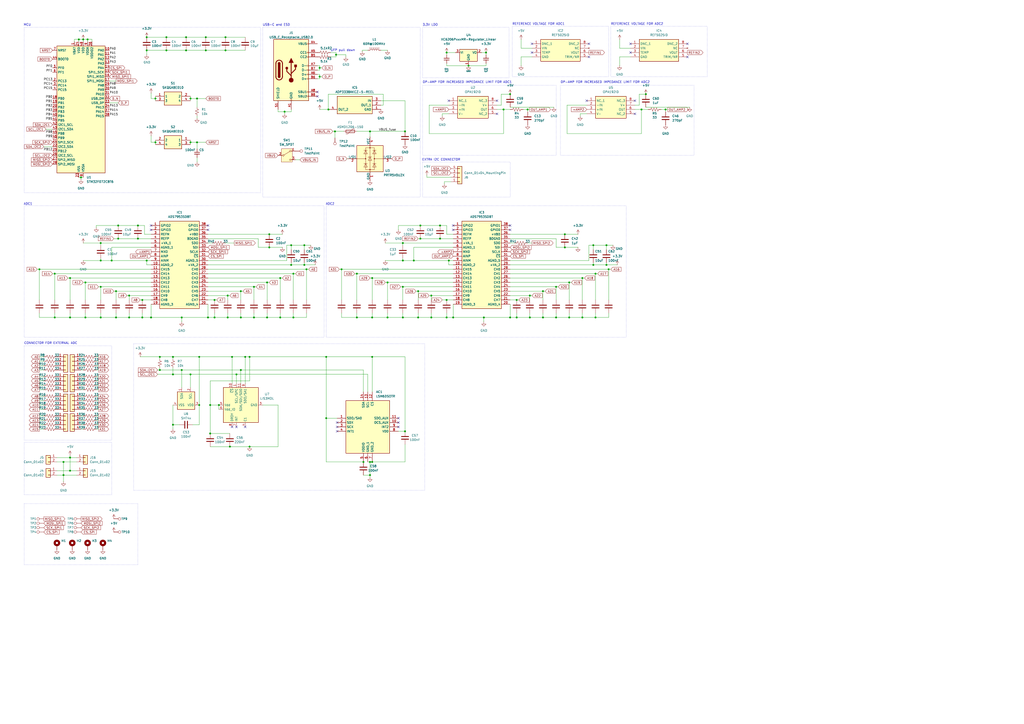
<source format=kicad_sch>
(kicad_sch (version 20231120) (generator "eeschema") (generator_version "8.0")
  (paper "A2")
  (title_block (title "ADC Board for Housekeeping") (date "2024-05-11") (company "Aramaki Lab"))
  (junction (at 170.18 158.75))
  (junction (at 74.93 184.15))
  (junction (at 40.64 161.29))
  (junction (at 40.64 273.05))
  (junction (at 307.34 171.45))
  (junction (at 190.5 63.5))
  (junction (at 96.52 29.21))
  (junction (at 144.78 259.08))
  (junction (at 259.08 173.99))
  (junction (at 154.94 184.15))
  (junction (at 295.91 184.15))
  (junction (at 92.71 207.01))
  (junction (at 130.81 21.59))
  (junction (at 139.7 184.15))
  (junction (at 224.79 184.15))
  (junction (at 119.38 21.59))
  (junction (at 243.84 130.81))
  (junction (at 142.24 207.01))
  (junction (at 80.01 138.43))
  (junction (at 105.41 184.15))
  (junction (at 134.62 207.01))
  (junction (at 233.68 140.97))
  (junction (at 168.91 153.67))
  (junction (at 330.2 184.15))
  (junction (at 260.35 151.13))
  (junction (at 165.1 64.77))
  (junction (at 344.17 153.67))
  (junction (at 322.58 184.15))
  (junction (at 168.91 142.24))
  (junction (at 67.31 168.91))
  (junction (at 306.07 63.5))
  (junction (at 132.08 171.45))
  (junction (at 314.96 184.15))
  (junction (at 281.94 30.48))
  (junction (at 233.68 166.37))
  (junction (at 177.8 156.21))
  (junction (at 144.78 207.01))
  (junction (at 185.42 44.45))
  (junction (at 194.31 76.2))
  (junction (at 45.72 22.86))
  (junction (at 127 234.95))
  (junction (at 110.49 217.17))
  (junction (at 176.53 153.67))
  (junction (at 115.57 234.95))
  (junction (at 345.44 158.75))
  (junction (at 255.27 130.81))
  (junction (at 156.21 143.51))
  (junction (at 36.83 267.97))
  (junction (at 124.46 184.15))
  (junction (at 85.09 21.59))
  (junction (at 189.23 207.01))
  (junction (at 92.71 214.63))
  (junction (at 271.78 38.1) (diameter 0.9144))
  (junction (at 259.08 184.15))
  (junction (at 337.82 184.15))
  (junction (at 255.27 138.43))
  (junction (at 154.94 163.83))
  (junction (at 87.63 184.15))
  (junction (at 96.52 21.59))
  (junction (at 133.35 259.08))
  (junction (at 107.95 29.21))
  (junction (at 107.95 21.59))
  (junction (at 322.58 166.37))
  (junction (at 250.19 171.45))
  (junction (at 82.55 173.99))
  (junction (at 100.33 217.17))
  (junction (at 49.53 184.15))
  (junction (at 58.42 166.37))
  (junction (at 46.99 102.87))
  (junction (at 214.63 76.2))
  (junction (at 307.34 184.15))
  (junction (at 80.01 130.81))
  (junction (at 22.86 156.21))
  (junction (at 137.16 217.17))
  (junction (at 31.75 158.75))
  (junction (at 82.55 184.15))
  (junction (at 214.63 267.97))
  (junction (at 36.83 275.59))
  (junction (at 207.01 184.15))
  (junction (at 121.92 234.95))
  (junction (at 162.56 161.29))
  (junction (at 372.11 63.5))
  (junction (at 214.63 275.59))
  (junction (at 64.77 151.13))
  (junction (at 115.57 207.01))
  (junction (at 58.42 184.15))
  (junction (at 100.33 207.01))
  (junction (at 215.9 207.01))
  (junction (at 170.18 184.15))
  (junction (at 132.08 184.15))
  (junction (at 67.31 184.15))
  (junction (at 295.91 54.61))
  (junction (at 100.33 246.38))
  (junction (at 90.17 57.15))
  (junction (at 85.09 29.21))
  (junction (at 207.01 158.75))
  (junction (at 327.66 143.51))
  (junction (at 330.2 163.83))
  (junction (at 233.68 184.15))
  (junction (at 68.58 138.43))
  (junction (at 314.96 168.91))
  (junction (at 242.57 184.15))
  (junction (at 337.82 161.29))
  (junction (at 299.72 173.99))
  (junction (at 215.9 184.15))
  (junction (at 215.9 161.29))
  (junction (at 40.64 184.15))
  (junction (at 299.72 184.15))
  (junction (at 234.95 76.2))
  (junction (at 85.09 151.13))
  (junction (at 58.42 140.97))
  (junction (at 189.23 242.57))
  (junction (at 114.3 57.15))
  (junction (at 242.57 168.91))
  (junction (at 210.82 267.97))
  (junction (at 250.19 184.15))
  (junction (at 351.79 153.67))
  (junction (at 119.38 29.21))
  (junction (at 345.44 184.15))
  (junction (at 49.53 163.83))
  (junction (at 147.32 184.15))
  (junction (at 120.65 184.15))
  (junction (at 185.42 39.37))
  (junction (at 31.75 184.15))
  (junction (at 147.32 166.37))
  (junction (at 344.17 142.24))
  (junction (at 280.67 184.15))
  (junction (at 68.58 130.81))
  (junction (at 198.12 156.21))
  (junction (at 374.65 54.61))
  (junction (at 124.46 173.99))
  (junction (at 224.79 163.83))
  (junction (at 105.41 214.63))
  (junction (at 139.7 168.91))
  (junction (at 40.64 265.43))
  (junction (at 386.08 63.5))
  (junction (at 156.21 135.89))
  (junction (at 114.3 82.55))
  (junction (at 162.56 184.15))
  (junction (at 90.17 82.55))
  (junction (at 243.84 138.43))
  (junction (at 234.95 250.19))
  (junction (at 48.26 22.86))
  (junction (at 50.8 22.86))
  (junction (at 353.06 156.21))
  (junction (at 194.945 31.75))
  (junction (at 110.49 57.15))
  (junction (at 58.42 151.13))
  (junction (at 176.53 142.24))
  (junction (at 215.9 267.97))
  (junction (at 110.49 82.55))
  (junction (at 139.7 214.63))
  (junction (at 130.81 29.21))
  (junction (at 351.79 142.24))
  (junction (at 262.89 184.15))
  (junction (at 233.68 151.13))
  (junction (at 259.08 30.48) (diameter 0.9144))
  (junction (at 240.03 151.13))
  (junction (at 327.66 135.89))
  (junction (at 121.92 251.46))
  (junction (at 74.93 171.45))
  (junction (at 292.1 63.5))
  (no_connect (at 231.14 242.57))
  (no_connect (at 398.78 25.4))
  (no_connect (at 288.29 66.04))
  (no_connect (at 87.63 133.35))
  (no_connect (at 341.63 33.02))
  (no_connect (at 134.62 247.65))
  (no_connect (at 120.65 133.35))
  (no_connect (at 365.76 25.4))
  (no_connect (at 340.36 58.42))
  (no_connect (at 308.61 25.4))
  (no_connect (at 195.58 245.11))
  (no_connect (at 231.14 245.11))
  (no_connect (at 295.91 130.81))
  (no_connect (at 231.14 247.65))
  (no_connect (at 368.3 58.42))
  (no_connect (at 288.29 58.42))
  (no_connect (at 308.61 30.48))
  (no_connect (at 341.63 25.4))
  (no_connect (at 142.24 247.65))
  (no_connect (at 137.16 247.65))
  (no_connect (at 398.78 33.02))
  (no_connect (at 262.89 130.81))
  (no_connect (at 368.3 66.04))
  (no_connect (at 262.89 133.35))
  (no_connect (at 260.35 58.42))
  (no_connect (at 120.65 130.81))
  (no_connect (at 184.15 55.88))
  (no_connect (at 184.15 53.34))
  (no_connect (at 365.76 30.48))
  (no_connect (at 295.91 133.35))
  (no_connect (at 195.58 250.19))
  (no_connect (at 87.63 130.81))
  (no_connect (at 195.58 247.65))
  (wire (pts (xy 185.42 45.72) (xy 185.42 44.45)))
  (wire (pts (xy 307.34 181.61) (xy 307.34 184.15)))
  (wire (pts (xy 215.9 184.15) (xy 224.79 184.15)))
  (wire (pts (xy 250.19 171.45) (xy 262.89 171.45)))
  (wire (pts (xy 85.09 151.13) (xy 85.09 153.67)))
  (wire (pts (xy 156.21 143.51) (xy 163.83 143.51)))
  (wire (pts (xy 111.76 246.38) (xy 115.57 246.38)))
  (wire (pts (xy 308.61 27.94) (xy 302.26 27.94)))
  (wire (pts (xy 233.68 140.97) (xy 262.89 140.97)))
  (wire (pts (xy 57.15 212.09) (xy 55.88 212.09)))
  (wire (pts (xy 96.52 21.59) (xy 85.09 21.59)))
  (wire (pts (xy 299.72 184.15) (xy 307.34 184.15)))
  (wire (pts (xy 96.52 21.59) (xy 107.95 21.59)))
  (wire (pts (xy 255.27 130.81) (xy 259.08 130.81)))
  (wire (pts (xy 161.29 234.95) (xy 152.4 234.95)))
  (wire (pts (xy 351.79 142.24) (xy 351.79 144.78)))
  (wire (pts (xy 215.9 173.99) (xy 215.9 161.29)))
  (wire (pts (xy 166.37 142.24) (xy 168.91 142.24)))
  (wire (pts (xy 57.15 246.38) (xy 55.88 246.38)))
  (wire (pts (xy 247.65 101.6) (xy 247.65 102.87)))
  (wire (pts (xy 100.33 208.28) (xy 100.33 207.01)))
  (wire (pts (xy 185.42 38.1) (xy 185.42 39.37)))
  (wire (pts (xy 87.63 57.15) (xy 90.17 57.15)))
  (wire (pts (xy 48.26 209.55) (xy 46.99 209.55)))
  (wire (pts (xy 87.63 184.15) (xy 87.63 176.53)))
  (wire (pts (xy 144.78 220.98) (xy 121.92 220.98)))
  (wire (pts (xy 22.86 234.95) (xy 25.4 234.95)))
  (wire (pts (xy 107.95 29.21) (xy 119.38 29.21)))
  (wire (pts (xy 107.95 21.59) (xy 119.38 21.59)))
  (wire (pts (xy 162.56 184.15) (xy 170.18 184.15)))
  (wire (pts (xy 67.31 46.99) (xy 63.5 46.99)))
  (wire (pts (xy 120.65 173.99) (xy 124.46 173.99)))
  (wire (pts (xy 40.64 264.16) (xy 40.64 265.43)))
  (wire (pts (xy 220.98 58.42) (xy 234.95 58.42)))
  (wire (pts (xy 114.3 57.15) (xy 110.49 57.15)))
  (wire (pts (xy 120.65 151.13) (xy 166.37 151.13)))
  (wire (pts (xy 57.15 234.95) (xy 55.88 234.95)))
  (wire (pts (xy 39.37 161.29) (xy 40.64 161.29)))
  (wire (pts (xy 168.91 142.24) (xy 176.53 142.24)))
  (wire (pts (xy 260.35 66.04) (xy 256.54 66.04)))
  (wire (pts (xy 147.32 166.37) (xy 148.59 166.37)))
  (wire (pts (xy 58.42 142.24) (xy 58.42 140.97)))
  (wire (pts (xy 120.65 184.15) (xy 105.41 184.15)))
  (wire (pts (xy 322.58 143.51) (xy 327.66 143.51)))
  (wire (pts (xy 191.77 30.48) (xy 194.945 30.48)))
  (wire (pts (xy 365.76 33.02) (xy 359.41 33.02)))
  (wire (pts (xy 90.17 55.88) (xy 90.17 57.15)))
  (wire (pts (xy 137.16 217.17) (xy 137.16 222.25)))
  (wire (pts (xy 279.4 30.48) (xy 281.94 30.48)))
  (wire (pts (xy 115.57 207.01) (xy 115.57 234.95)))
  (wire (pts (xy 281.94 36.83) (xy 281.94 38.1)))
  (wire (pts (xy 48.26 243.84) (xy 46.99 243.84)))
  (wire (pts (xy 365.76 27.94) (xy 359.41 27.94)))
  (wire (pts (xy 48.26 232.41) (xy 46.99 232.41)))
  (wire (pts (xy 123.19 140.97) (xy 120.65 140.97)))
  (wire (pts (xy 121.92 234.95) (xy 121.92 251.46)))
  (wire (pts (xy 195.58 242.57) (xy 189.23 242.57)))
  (wire (pts (xy 240.03 143.51) (xy 262.89 143.51)))
  (wire (pts (xy 139.7 214.63) (xy 139.7 222.25)))
  (wire (pts (xy 121.92 259.08) (xy 133.35 259.08)))
  (wire (pts (xy 49.53 181.61) (xy 49.53 184.15)))
  (wire (pts (xy 248.92 171.45) (xy 250.19 171.45)))
  (wire (pts (xy 57.15 226.06) (xy 55.88 226.06)))
  (wire (pts (xy 48.26 223.52) (xy 46.99 223.52)))
  (wire (pts (xy 207.01 173.99) (xy 207.01 158.75)))
  (wire (pts (xy 184.15 40.64) (xy 185.42 40.64)))
  (wire (pts (xy 67.31 168.91) (xy 87.63 168.91)))
  (wire (pts (xy 259.08 184.15) (xy 262.89 184.15)))
  (wire (pts (xy 22.86 184.15) (xy 31.75 184.15)))
  (wire (pts (xy 260.35 60.96) (xy 248.92 60.96)))
  (wire (pts (xy 259.08 30.48) (xy 264.16 30.48)))
  (wire (pts (xy 214.63 76.2) (xy 234.95 76.2)))
  (wire (pts (xy 295.91 158.75) (xy 345.44 158.75)))
  (wire (pts (xy 210.185 29.21) (xy 213.36 29.21)))
  (wire (pts (xy 90.17 82.55) (xy 90.17 83.82)))
  (wire (pts (xy 322.58 166.37) (xy 322.58 173.99)))
  (wire (pts (xy 82.55 173.99) (xy 87.63 173.99)))
  (wire (pts (xy 201.295 92.075) (xy 201.93 92.075)))
  (wire (pts (xy 57.15 229.87) (xy 55.88 229.87)))
  (wire (pts (xy 74.93 173.99) (xy 74.93 171.45)))
  (wire (pts (xy 176.53 152.4) (xy 176.53 153.67)))
  (wire (pts (xy 57.15 218.44) (xy 55.88 218.44)))
  (wire (pts (xy 194.945 31.75) (xy 200.66 31.75)))
  (wire (pts (xy 207.01 76.2) (xy 214.63 76.2)))
  (wire (pts (xy 298.45 140.97) (xy 295.91 140.97)))
  (wire (pts (xy 67.31 181.61) (xy 67.31 184.15)))
  (wire (pts (xy 132.08 181.61) (xy 132.08 184.15)))
  (wire (pts (xy 120.65 163.83) (xy 154.94 163.83)))
  (wire (pts (xy 234.95 207.01) (xy 234.95 250.19)))
  (wire (pts (xy 22.86 243.84) (xy 25.4 243.84)))
  (wire (pts (xy 295.91 161.29) (xy 337.82 161.29)))
  (wire (pts (xy 36.83 267.97) (xy 44.45 267.97)))
  (wire (pts (xy 22.86 229.87) (xy 25.4 229.87)))
  (wire (pts (xy 85.09 153.67) (xy 87.63 153.67)))
  (wire (pts (xy 261.62 105.41) (xy 257.81 105.41)))
  (wire (pts (xy 90.17 58.42) (xy 90.17 57.15)))
  (wire (pts (xy 295.91 184.15) (xy 280.67 184.15)))
  (wire (pts (xy 87.63 135.89) (xy 83.82 135.89)))
  (wire (pts (xy 351.79 152.4) (xy 351.79 153.67)))
  (wire (pts (xy 134.62 207.01) (xy 134.62 222.25)))
  (wire (pts (xy 327.66 143.51) (xy 335.28 143.51)))
  (wire (pts (xy 351.79 153.67) (xy 358.14 153.67)))
  (wire (pts (xy 400.05 62.23) (xy 374.65 62.23)))
  (wire (pts (xy 120.65 166.37) (xy 147.32 166.37)))
  (wire (pts (xy 259.08 135.89) (xy 259.08 130.81)))
  (wire (pts (xy 82.55 184.15) (xy 87.63 184.15)))
  (wire (pts (xy 165.1 64.77) (xy 168.91 64.77)))
  (wire (pts (xy 57.15 166.37) (xy 58.42 166.37)))
  (wire (pts (xy 139.7 168.91) (xy 139.7 173.99)))
  (wire (pts (xy 185.42 39.37) (xy 185.42 40.64)))
  (wire (pts (xy 242.57 184.15) (xy 250.19 184.15)))
  (wire (pts (xy 120.65 135.89) (xy 156.21 135.89)))
  (wire (pts (xy 22.86 241.3) (xy 25.4 241.3)))
  (wire (pts (xy 22.86 220.98) (xy 25.4 220.98)))
  (wire (pts (xy 223.52 151.13) (xy 233.68 151.13)))
  (wire (pts (xy 119.38 82.55) (xy 114.3 82.55)))
  (wire (pts (xy 214.63 76.2) (xy 214.63 79.375)))
  (wire (pts (xy 161.29 64.77) (xy 165.1 64.77)))
  (wire (pts (xy 58.42 166.37) (xy 87.63 166.37)))
  (wire (pts (xy 66.04 138.43) (xy 68.58 138.43)))
  (wire (pts (xy 48.26 226.06) (xy 46.99 226.06)))
  (wire (pts (xy 48.26 218.44) (xy 46.99 218.44)))
  (wire (pts (xy 242.57 168.91) (xy 262.89 168.91)))
  (wire (pts (xy 156.21 135.89) (xy 163.83 135.89)))
  (wire (pts (xy 256.54 66.04) (xy 256.54 67.31)))
  (wire (pts (xy 292.1 63.5) (xy 292.1 77.47)))
  (wire (pts (xy 214.63 276.86) (xy 214.63 275.59)))
  (wire (pts (xy 213.36 267.97) (xy 214.63 267.97)))
  (wire (pts (xy 48.26 237.49) (xy 46.99 237.49)))
  (wire (pts (xy 191.77 33.02) (xy 194.945 33.02)))
  (wire (pts (xy 120.65 138.43) (xy 149.86 138.43)))
  (wire (pts (xy 33.02 265.43) (xy 40.64 265.43)))
  (wire (pts (xy 130.81 29.21) (xy 142.24 29.21)))
  (wire (pts (xy 36.83 275.59) (xy 44.45 275.59)))
  (wire (pts (xy 46.99 102.87) (xy 48.26 102.87)))
  (wire (pts (xy 132.08 171.45) (xy 133.35 171.45)))
  (wire (pts (xy 124.46 184.15) (xy 132.08 184.15)))
  (wire (pts (xy 114.3 57.15) (xy 119.38 57.15)))
  (wire (pts (xy 22.86 232.41) (xy 25.4 232.41)))
  (wire (pts (xy 194.945 33.02) (xy 194.945 31.75)))
  (wire (pts (xy 224.79 29.21) (xy 220.98 29.21)))
  (wire (pts (xy 90.17 81.28) (xy 90.17 82.55)))
  (wire (pts (xy 114.3 57.15) (xy 114.3 62.23)))
  (wire (pts (xy 307.34 63.5) (xy 306.07 63.5)))
  (wire (pts (xy 259.08 173.99) (xy 262.89 173.99)))
  (wire (pts (xy 46.99 102.87) (xy 45.72 102.87)))
  (wire (pts (xy 48.26 140.97) (xy 58.42 140.97)))
  (wire (pts (xy 345.44 184.15) (xy 353.06 184.15)))
  (wire (pts (xy 48.26 163.83) (xy 49.53 163.83)))
  (wire (pts (xy 242.57 173.99) (xy 242.57 168.91)))
  (wire (pts (xy 33.02 273.05) (xy 40.64 273.05)))
  (wire (pts (xy 196.85 156.21) (xy 198.12 156.21)))
  (wire (pts (xy 322.58 166.37) (xy 323.85 166.37)))
  (wire (pts (xy 45.72 22.86) (xy 48.26 22.86)))
  (wire (pts (xy 207.01 158.75) (xy 262.89 158.75)))
  (wire (pts (xy 22.86 223.52) (xy 25.4 223.52)))
  (wire (pts (xy 49.53 173.99) (xy 49.53 163.83)))
  (wire (pts (xy 372.11 63.5) (xy 375.92 63.5)))
  (wire (pts (xy 233.68 149.86) (xy 233.68 151.13)))
  (wire (pts (xy 49.53 184.15) (xy 58.42 184.15)))
  (wire (pts (xy 161.29 63.5) (xy 161.29 64.77)))
  (wire (pts (xy 48.26 229.87) (xy 46.99 229.87)))
  (wire (pts (xy 31.75 181.61) (xy 31.75 184.15)))
  (wire (pts (xy 322.58 181.61) (xy 322.58 184.15)))
  (wire (pts (xy 280.67 184.15) (xy 262.89 184.15)))
  (wire (pts (xy 48.26 22.86) (xy 48.26 24.13)))
  (wire (pts (xy 100.33 217.17) (xy 110.49 217.17)))
  (wire (pts (xy 132.08 184.15) (xy 139.7 184.15)))
  (wire (pts (xy 295.91 163.83) (xy 330.2 163.83)))
  (wire (pts (xy 58.42 173.99) (xy 58.42 166.37)))
  (wire (pts (xy 215.9 181.61) (xy 215.9 184.15)))
  (wire (pts (xy 234.95 58.42) (xy 234.95 76.2)))
  (wire (pts (xy 372.11 63.5) (xy 372.11 77.47)))
  (wire (pts (xy 299.72 173.99) (xy 300.99 173.99)))
  (wire (pts (xy 233.68 151.13) (xy 240.03 151.13)))
  (wire (pts (xy 114.3 82.55) (xy 114.3 86.36)))
  (wire (pts (xy 243.84 138.43) (xy 255.27 138.43)))
  (wire (pts (xy 114.3 67.31) (xy 114.3 68.58)))
  (wire (pts (xy 139.7 184.15) (xy 147.32 184.15)))
  (wire (pts (xy 21.59 156.21) (xy 22.86 156.21)))
  (wire (pts (xy 162.56 161.29) (xy 163.83 161.29)))
  (wire (pts (xy 295.91 168.91) (xy 314.96 168.91)))
  (wire (pts (xy 133.35 259.08) (xy 144.78 259.08)))
  (wire (pts (xy 307.34 171.45) (xy 307.34 173.99)))
  (wire (pts (xy 58.42 140.97) (xy 87.63 140.97)))
  (wire (pts (xy 168.91 64.77) (xy 168.91 63.5)))
  (wire (pts (xy 57.15 207.01) (xy 55.88 207.01)))
  (wire (pts (xy 100.33 246.38) (xy 104.14 246.38)))
  (wire (pts (xy 57.15 220.98) (xy 55.88 220.98)))
  (wire (pts (xy 147.32 166.37) (xy 147.32 173.99)))
  (wire (pts (xy 26.67 74.93) (xy 30.48 74.93)))
  (wire (pts (xy 105.41 214.63) (xy 105.41 224.79)))
  (wire (pts (xy 271.78 38.1) (xy 281.94 38.1)))
  (wire (pts (xy 105.41 184.15) (xy 87.63 184.15)))
  (wire (pts (xy 120.65 161.29) (xy 162.56 161.29)))
  (wire (pts (xy 185.42 44.45) (xy 186.69 44.45)))
  (wire (pts (xy 340.36 66.04) (xy 336.55 66.04)))
  (wire (pts (xy 215.9 207.01) (xy 215.9 227.33)))
  (wire (pts (xy 189.23 267.97) (xy 210.82 267.97)))
  (wire (pts (xy 127 234.95) (xy 127 237.49)))
  (wire (pts (xy 215.9 207.01) (xy 234.95 207.01)))
  (wire (pts (xy 48.26 214.63) (xy 46.99 214.63)))
  (wire (pts (xy 36.83 279.4) (xy 36.83 275.59)))
  (wire (pts (xy 115.57 246.38) (xy 115.57 234.95)))
  (wire (pts (xy 295.91 156.21) (xy 353.06 156.21)))
  (wire (pts (xy 256.54 173.99) (xy 259.08 173.99)))
  (wire (pts (xy 105.41 214.63) (xy 139.7 214.63)))
  (wire (pts (xy 328.93 77.47) (xy 372.11 77.47)))
  (wire (pts (xy 340.36 60.96) (xy 328.93 60.96)))
  (wire (pts (xy 100.33 234.95) (xy 100.33 246.38)))
  (wire (pts (xy 213.36 217.17) (xy 213.36 227.33)))
  (wire (pts (xy 100.33 207.01) (xy 115.57 207.01)))
  (wire (pts (xy 176.53 153.67) (xy 182.88 153.67)))
  (wire (pts (xy 43.18 22.86) (xy 43.18 24.13)))
  (wire (pts (xy 110.49 81.28) (xy 110.49 82.55)))
  (wire (pts (xy 248.92 77.47) (xy 292.1 77.47)))
  (wire (pts (xy 176.53 142.24) (xy 180.34 142.24)))
  (wire (pts (xy 344.17 153.67) (xy 351.79 153.67)))
  (wire (pts (xy 322.58 138.43) (xy 322.58 143.51)))
  (wire (pts (xy 370.84 54.61) (xy 374.65 54.61)))
  (wire (pts (xy 233.68 166.37) (xy 262.89 166.37)))
  (wire (pts (xy 57.15 232.41) (xy 55.88 232.41)))
  (wire (pts (xy 261.62 102.87) (xy 247.65 102.87)))
  (wire (pts (xy 81.28 173.99) (xy 82.55 173.99)))
  (wire (pts (xy 162.56 181.61) (xy 162.56 184.15)))
  (wire (pts (xy 114.3 93.98) (xy 114.3 91.44)))
  (wire (pts (xy 45.72 22.86) (xy 45.72 24.13)))
  (wire (pts (xy 144.78 207.01) (xy 144.78 220.98)))
  (wire (pts (xy 154.94 181.61) (xy 154.94 184.15)))
  (wire (pts (xy 40.64 265.43) (xy 44.45 265.43)))
  (wire (pts (xy 302.26 33.02) (xy 302.26 38.1)))
  (wire (pts (xy 345.44 181.61) (xy 345.44 184.15)))
  (wire (pts (xy 83.82 130.81) (xy 80.01 130.81)))
  (wire (pts (xy 306.07 63.5) (xy 306.07 64.77)))
  (wire (pts (xy 64.77 151.13) (xy 85.09 151.13)))
  (wire (pts (xy 240.03 143.51) (xy 240.03 151.13)))
  (wire (pts (xy 130.81 21.59) (xy 142.24 21.59)))
  (wire (pts (xy 205.74 158.75) (xy 207.01 158.75)))
  (wire (pts (xy 306.07 63.5) (xy 303.53 63.5)))
  (wire (pts (xy 119.38 21.59) (xy 130.81 21.59)))
  (wire (pts (xy 144.78 207.01) (xy 189.23 207.01)))
  (wire (pts (xy 22.86 156.21) (xy 87.63 156.21)))
  (wire (pts (xy 105.41 186.69) (xy 105.41 184.15)))
  (wire (pts (xy 48.26 234.95) (xy 46.99 234.95)))
  (wire (pts (xy 233.68 181.61) (xy 233.68 184.15)))
  (wire (pts (xy 81.28 207.01) (xy 92.71 207.01)))
  (wire (pts (xy 190.5 54.61) (xy 190.5 63.5)))
  (wire (pts (xy 231.14 130.81) (xy 231.14 133.35)))
  (wire (pts (xy 330.2 181.61) (xy 330.2 184.15)))
  (wire (pts (xy 31.75 184.15) (xy 40.64 184.15)))
  (wire (pts (xy 233.68 142.24) (xy 233.68 140.97)))
  (wire (pts (xy 193.04 76.2) (xy 194.31 76.2)))
  (wire (pts (xy 295.91 135.89) (xy 327.66 135.89)))
  (wire (pts (xy 337.82 161.29) (xy 339.09 161.29)))
  (wire (pts (xy 124.46 181.61) (xy 124.46 184.15)))
  (wire (pts (xy 233.68 173.99) (xy 233.68 166.37)))
  (wire (pts (xy 345.44 158.75) (xy 346.71 158.75)))
  (wire (pts (xy 110.49 82.55) (xy 114.3 82.55)))
  (wire (pts (xy 259.08 135.89) (xy 262.89 135.89)))
  (wire (pts (xy 295.91 176.53) (xy 295.91 184.15)))
  (wire (pts (xy 184.15 43.18) (xy 185.42 43.18)))
  (wire (pts (xy 168.91 153.67) (xy 176.53 153.67)))
  (wire (pts (xy 80.01 138.43) (xy 87.63 138.43)))
  (wire (pts (xy 250.19 184.15) (xy 259.08 184.15)))
  (wire (pts (xy 154.94 163.83) (xy 154.94 173.99)))
  (wire (pts (xy 302.26 22.86) (xy 302.26 27.94)))
  (wire (pts (xy 224.79 173.99) (xy 224.79 163.83)))
  (wire (pts (xy 386.08 64.77) (xy 386.08 63.5)))
  (wire (pts (xy 147.32 184.15) (xy 154.94 184.15)))
  (wire (pts (xy 330.2 163.83) (xy 330.2 173.99)))
  (wire (pts (xy 176.53 142.24) (xy 176.53 144.78)))
  (wire (pts (xy 92.71 214.63) (xy 105.41 214.63)))
  (wire (pts (xy 139.7 168.91) (xy 140.97 168.91)))
  (wire (pts (xy 337.82 161.29) (xy 337.82 173.99)))
  (wire (pts (xy 185.42 43.18) (xy 185.42 44.45)))
  (wire (pts (xy 36.83 275.59) (xy 36.83 267.97)))
  (wire (pts (xy 57.15 214.63) (xy 55.88 214.63)))
  (wire (pts (xy 40.64 273.05) (xy 44.45 273.05)))
  (wire (pts (xy 243.84 130.81) (xy 255.27 130.81)))
  (wire (pts (xy 57.15 241.3) (xy 55.88 241.3)))
  (wire (pts (xy 259.08 181.61) (xy 259.08 184.15)))
  (wire (pts (xy 91.44 214.63) (xy 92.71 214.63)))
  (wire (pts (xy 121.92 220.98) (xy 121.92 234.95)))
  (wire (pts (xy 386.08 63.5) (xy 383.54 63.5)))
  (wire (pts (xy 91.44 217.17) (xy 100.33 217.17)))
  (wire (pts (xy 134.62 207.01) (xy 142.24 207.01)))
  (wire (pts (xy 22.86 212.09) (xy 25.4 212.09)))
  (wire (pts (xy 154.94 163.83) (xy 156.21 163.83)))
  (wire (pts (xy 368.3 63.5) (xy 372.11 63.5)))
  (wire (pts (xy 260.35 153.67) (xy 262.89 153.67)))
  (wire (pts (xy 120.65 171.45) (xy 132.08 171.45)))
  (wire (pts (xy 120.65 156.21) (xy 177.8 156.21)))
  (wire (pts (xy 85.09 31.75) (xy 85.09 29.21)))
  (wire (pts (xy 121.92 234.95) (xy 127 234.95)))
  (wire (pts (xy 92.71 213.36) (xy 92.71 214.63)))
  (wire (pts (xy 344.17 144.78) (xy 344.17 142.24)))
  (wire (pts (xy 328.93 60.96) (xy 328.93 77.47)))
  (wire (pts (xy 327.66 135.89) (xy 335.28 135.89)))
  (wire (pts (xy 233.68 184.15) (xy 242.57 184.15)))
  (wire (pts (xy 149.86 143.51) (xy 156.21 143.51)))
  (wire (pts (xy 241.3 168.91) (xy 242.57 168.91)))
  (wire (pts (xy 359.41 33.02) (xy 359.41 38.1)))
  (wire (pts (xy 22.86 218.44) (xy 25.4 218.44)))
  (wire (pts (xy 368.3 60.96) (xy 370.84 60.96)))
  (wire (pts (xy 87.63 53.975) (xy 87.63 57.15)))
  (wire (pts (xy 189.23 207.01) (xy 215.9 207.01)))
  (wire (pts (xy 48.26 241.3) (xy 46.99 241.3)))
  (wire (pts (xy 242.57 138.43) (xy 243.84 138.43)))
  (wire (pts (xy 290.83 54.61) (xy 290.83 60.96)))
  (wire (pts (xy 137.16 217.17) (xy 213.36 217.17)))
  (wire (pts (xy 314.96 168.91) (xy 314.96 173.99)))
  (wire (pts (xy 214.63 161.29) (xy 215.9 161.29)))
  (wire (pts (xy 185.42 39.37) (xy 186.69 39.37)))
  (wire (pts (xy 224.79 181.61) (xy 224.79 184.15)))
  (wire (pts (xy 259.08 36.83) (xy 259.08 38.1)))
  (wire (pts (xy 22.86 214.63) (xy 25.4 214.63)))
  (wire (pts (xy 49.53 163.83) (xy 87.63 163.83)))
  (wire (pts (xy 25.4 85.09) (xy 30.48 85.09)))
  (wire (pts (xy 31.75 173.99) (xy 31.75 158.75)))
  (wire (pts (xy 139.7 181.61) (xy 139.7 184.15)))
  (wire (pts (xy 48.26 220.98) (xy 46.99 220.98)))
  (wire (pts (xy 345.44 158.75) (xy 345.44 173.99)))
  (wire (pts (xy 337.82 181.61) (xy 337.82 184.15)))
  (wire (pts (xy 50.8 22.86) (xy 53.34 22.86)))
  (wire (pts (xy 66.04 168.91) (xy 67.31 168.91)))
  (wire (pts (xy 139.7 214.63) (xy 210.82 214.63)))
  (wire (pts (xy 198.12 181.61) (xy 198.12 184.15)))
  (wire (pts (xy 295.91 173.99) (xy 299.72 173.99)))
  (wire (pts (xy 40.64 184.15) (xy 49.53 184.15)))
  (wire (pts (xy 110.49 55.88) (xy 110.49 57.15)))
  (wire (pts (xy 177.8 181.61) (xy 177.8 184.15)))
  (wire (pts (xy 353.06 181.61) (xy 353.06 184.15)))
  (wire (pts (xy 168.91 144.78) (xy 168.91 142.24)))
  (wire (pts (xy 314.96 184.15) (xy 322.58 184.15)))
  (wire (pts (xy 295.91 153.67) (xy 344.17 153.67)))
  (wire (pts (xy 40.64 161.29) (xy 87.63 161.29)))
  (wire (pts (xy 135.89 140.97) (xy 130.81 140.97)))
  (wire (pts (xy 184.15 45.72) (xy 185.42 45.72)))
  (wire (pts (xy 207.01 181.61) (xy 207.01 184.15)))
  (wire (pts (xy 198.12 173.99) (xy 198.12 156.21)))
  (wire (pts (xy 96.52 29.21) (xy 107.95 29.21)))
  (wire (pts (xy 154.94 184.15) (xy 162.56 184.15)))
  (wire (pts (xy 290.83 54.61) (xy 295.91 54.61)))
  (wire (pts (xy 36.83 267.97) (xy 33.02 267.97)))
  (wire (pts (xy 214.63 275.59) (xy 214.63 267.97)))
  (wire (pts (xy 120.65 184.15) (xy 124.46 184.15)))
  (wire (pts (xy 92.71 207.01) (xy 100.33 207.01)))
  (wire (pts (xy 120.65 176.53) (xy 120.65 184.15)))
  (wire (pts (xy 120.65 168.91) (xy 139.7 168.91)))
  (wire (pts (xy 40.64 173.99) (xy 40.64 161.29)))
  (wire (pts (xy 280.67 186.69) (xy 280.67 184.15)))
  (wire (pts (xy 295.91 166.37) (xy 322.58 166.37)))
  (wire (pts (xy 30.48 158.75) (xy 31.75 158.75)))
  (wire (pts (xy 110.49 217.17) (xy 110.49 224.79)))
  (wire (pts (xy 124.46 173.99) (xy 125.73 173.99)))
  (wire (pts (xy 177.8 156.21) (xy 179.07 156.21)))
  (wire (pts (xy 40.64 181.61) (xy 40.64 184.15)))
  (wire (pts (xy 73.66 171.45) (xy 74.93 171.45)))
  (wire (pts (xy 288.29 63.5) (xy 292.1 63.5)))
  (wire (pts (xy 189.23 207.01) (xy 189.23 242.57)))
  (wire (pts (xy 370.84 54.61) (xy 370.84 60.96)))
  (wire (pts (xy 210.82 275.59) (xy 214.63 275.59)))
  (wire (pts (xy 22.86 173.99) (xy 22.86 156.21)))
  (wire (pts (xy 110.49 82.55) (xy 110.49 83.82)))
  (wire (pts (xy 48.26 246.38) (xy 46.99 246.38)))
  (wire (pts (xy 119.38 29.21) (xy 130.81 29.21)))
  (wire (pts (xy 22.86 248.92) (xy 25.4 248.92)))
  (wire (pts (xy 67.31 184.15) (xy 74.93 184.15)))
  (wire (pts (xy 231.14 130.81) (xy 243.84 130.81)))
  (wire (pts (xy 314.96 168.91) (xy 316.23 168.91)))
  (wire (pts (xy 22.86 237.49) (xy 25.4 237.49)))
  (wire (pts (xy 64.77 143.51) (xy 64.77 151.13)))
  (wire (pts (xy 96.52 29.21) (xy 85.09 29.21)))
  (wire (pts (xy 295.91 138.43) (xy 322.58 138.43)))
  (wire (pts (xy 173.99 92.71) (xy 171.45 92.71)))
  (wire (pts (xy 288.29 60.96) (xy 290.83 60.96)))
  (wire (pts (xy 170.18 181.61) (xy 170.18 184.15)))
  (wire (pts (xy 48.26 212.09) (xy 46.99 212.09)))
  (wire (pts (xy 92.71 208.28) (xy 92.71 207.01)))
  (wire (pts (xy 184.15 38.1) (xy 185.42 38.1)))
  (wire (pts (xy 132.08 171.45) (xy 132.08 173.99)))
  (wire (pts (xy 248.92 60.96) (xy 248.92 77.47)))
  (wire (pts (xy 161.29 234.95) (xy 161.29 259.08)))
  (wire (pts (xy 48.26 151.13) (xy 58.42 151.13)))
  (wire (pts (xy 214.63 267.97) (xy 215.9 267.97)))
  (wire (pts (xy 242.57 181.61) (xy 242.57 184.15)))
  (wire (pts (xy 57.15 223.52) (xy 55.88 223.52)))
  (wire (pts (xy 353.06 156.21) (xy 353.06 173.99)))
  (wire (pts (xy 58.42 151.13) (xy 64.77 151.13)))
  (wire (pts (xy 359.41 22.86) (xy 359.41 27.94)))
  (wire (pts (xy 68.58 138.43) (xy 80.01 138.43)))
  (wire (pts (xy 58.42 184.15) (xy 67.31 184.15)))
  (wire (pts (xy 234.95 257.81) (xy 234.95 267.97)))
  (wire (pts (xy 255.27 138.43) (xy 262.89 138.43)))
  (wire (pts (xy 58.42 149.86) (xy 58.42 151.13)))
  (wire (pts (xy 257.81 105.41) (xy 257.81 106.68)))
  (wire (pts (xy 232.41 166.37) (xy 233.68 166.37)))
  (wire (pts (xy 46.99 104.14) (xy 46.99 102.87)))
  (wire (pts (xy 142.24 207.01) (xy 142.24 222.25)))
  (wire (pts (xy 36.83 275.59) (xy 33.02 275.59)))
  (wire (pts (xy 200.66 31.75) (xy 200.66 33.02)))
  (wire (pts (xy 194.31 76.2) (xy 199.39 76.2)))
  (wire (pts (xy 87.63 78.74) (xy 87.63 82.55)))
  (wire (pts (xy 250.19 173.99) (xy 250.19 171.45)))
  (wire (pts (xy 170.18 158.75) (xy 171.45 158.75)))
  (wire (pts (xy 224.79 184.15) (xy 233.68 184.15)))
  (wire (pts (xy 337.82 184.15) (xy 345.44 184.15)))
  (wire (pts (xy 341.63 142.24) (xy 344.17 142.24)))
  (wire (pts (xy 168.91 152.4) (xy 168.91 153.67)))
  (wire (pts (xy 222.25 54.61) (xy 222.25 60.96)))
  (wire (pts (xy 55.88 130.81) (xy 55.88 132.08)))
  (wire (pts (xy 31.75 158.75) (xy 87.63 158.75)))
  (wire (pts (xy 147.32 181.61) (xy 147.32 184.15)))
  (wire (pts (xy 115.57 207.01) (xy 134.62 207.01)))
  (wire (pts (xy 110.49 57.15) (xy 110.49 58.42)))
  (wire (pts (xy 68.58 130.81) (xy 80.01 130.81)))
  (wire (pts (xy 308.61 33.02) (xy 302.26 33.02)))
  (wire (pts (xy 100.33 213.36) (xy 100.33 217.17)))
  (wire (pts (xy 22.86 209.55) (xy 25.4 209.55)))
  (wire (pts (xy 110.49 217.17) (xy 137.16 217.17)))
  (wire (pts (xy 387.35 63.5) (xy 386.08 63.5)))
  (wire (pts (xy 307.34 171.45) (xy 308.61 171.45)))
  (wire (pts (xy 260.35 151.13) (xy 260.35 153.67)))
  (wire (pts (xy 322.58 184.15) (xy 330.2 184.15)))
  (wire (pts (xy 166.37 142.24) (xy 166.37 151.13)))
  (wire (pts (xy 58.42 181.61) (xy 58.42 184.15)))
  (wire (pts (xy 55.88 130.81) (xy 68.58 130.81)))
  (wire (pts (xy 189.23 242.57) (xy 189.23 267.97)))
  (wire (pts (xy 57.15 248.92) (xy 55.88 248.92)))
  (wire (pts (xy 271.78 38.1) (xy 259.08 38.1)))
  (wire (pts (xy 82.55 181.61) (xy 82.55 184.15)))
  (wire (pts (xy 57.15 237.49) (xy 55.88 237.49)))
  (wire (pts (xy 308.61 140.97) (xy 306.07 140.97)))
  (wire (pts (xy 22.86 226.06) (xy 25.4 226.06)))
  (wire (pts (xy 292.1 63.5) (xy 295.91 63.5)))
  (wire (pts (xy 295.91 184.15) (xy 299.72 184.15)))
  (wire (pts (xy 330.2 184.15) (xy 337.82 184.15)))
  (wire (pts (xy 198.12 156.21) (xy 262.89 156.21)))
  (wire (pts (xy 207.01 184.15) (xy 215.9 184.15)))
  (wire (pts (xy 57.15 209.55) (xy 55.88 209.55)))
  (wire (pts (xy 222.25 54.61) (xy 190.5 54.61)))
  (wire (pts (xy 215.9 161.29) (xy 262.89 161.29)))
  (wire (pts (xy 351.79 142.24) (xy 355.6 142.24)))
  (wire (pts (xy 344.17 142.24) (xy 351.79 142.24)))
  (wire (pts (xy 240.03 151.13) (xy 260.35 151.13)))
  (wire (pts (xy 74.93 181.61) (xy 74.93 184.15)))
  (wire (pts (xy 121.92 251.46) (xy 133.35 251.46)))
  (wire (pts (xy 165.1 66.04) (xy 165.1 64.77)))
  (wire (pts (xy 262.89 151.13) (xy 260.35 151.13)))
  (wire (pts (xy 100.33 246.38) (xy 100.33 248.92)))
  (wire (pts (xy 43.18 22.86) (xy 45.72 22.86)))
  (wire (pts (xy 64.77 143.51) (xy 87.63 143.51)))
  (wire (pts (xy 120.65 153.67) (xy 168.91 153.67)))
  (wire (pts (xy 222.25 60.96) (xy 220.98 60.96)))
  (wire (pts (xy 185.42 63.5) (xy 190.5 63.5)))
  (wire (pts (xy 198.12 184.15) (xy 207.01 184.15)))
  (wire (pts (xy 53.34 22.86) (xy 53.34 24.13)))
  (wire (pts (xy 50.8 22.86) (xy 48.26 22.86)))
  (wire (pts (xy 87.63 151.13) (xy 85.09 151.13)))
  (wire (pts (xy 162.56 161.29) (xy 162.56 173.99)))
  (wire (pts (xy 22.86 207.01) (xy 25.4 207.01)))
  (wire (pts (xy 234.95 267.97) (xy 215.9 267.97)))
  (wire (pts (xy 262.89 184.15) (xy 262.89 176.53)))
  (wire (pts (xy 194.31 76.2) (xy 194.31 80.01)))
  (wire (pts (xy 83.82 135.89) (xy 83.82 130.81)))
  (wire (pts (xy 281.94 30.48) (xy 281.94 31.75)))
  (wire (pts (xy 295.91 151.13) (xy 341.63 151.13)))
  (wire (pts (xy 57.15 243.84) (xy 55.88 243.84)))
  (wire (pts (xy 50.8 22.86) (xy 50.8 24.13)))
  (wire (pts (xy 149.86 138.43) (xy 149.86 143.51)))
  (wire (pts (xy 307.34 184.15) (xy 314.96 184.15)))
  (wire (pts (xy 223.52 163.83) (xy 224.79 163.83)))
  (wire (pts (xy 210.82 214.63) (xy 210.82 227.33)))
  (wire (pts (xy 177.8 156.21) (xy 177.8 173.99)))
  (wire (pts (xy 250.19 181.61) (xy 250.19 184.15)))
  (wire (pts (xy 210.185 29.845) (xy 210.185 29.21)))
  (wire (pts (xy 48.26 207.01) (xy 46.99 207.01)))
  (wire (pts (xy 336.55 66.04) (xy 336.55 67.31)))
  (wire (pts (xy 353.06 156.21) (xy 354.33 156.21)))
  (wire (pts (xy 321.31 62.23) (xy 295.91 62.23)))
  (wire (pts (xy 341.63 142.24) (xy 341.63 151.13)))
  (wire (pts (xy 344.17 152.4) (xy 344.17 153.67)))
  (wire (pts (xy 22.86 246.38) (xy 25.4 246.38)))
  (wire (pts (xy 170.18 184.15) (xy 177.8 184.15)))
  (wire (pts (xy 144.78 259.08) (xy 161.29 259.08)))
  (wire (pts (xy 330.2 163.83) (xy 331.47 163.83)))
  (wire (pts (xy 67.31 173.99) (xy 67.31 168.91)))
  (wire (pts (xy 295.91 171.45) (xy 307.34 171.45)))
  (wire (pts (xy 234.95 250.19) (xy 231.14 250.19)))
  (wire (pts (xy 223.52 140.97) (xy 233.68 140.97)))
  (wire (pts (xy 224.79 163.83) (xy 262.89 163.83)))
  (wire (pts (xy 74.93 171.45) (xy 87.63 171.45)))
  (wire (pts (xy 40.64 265.43) (xy 40.64 273.05)))
  (wire (pts (xy 142.24 207.01) (xy 144.78 207.01)))
  (wire (pts (xy 48.26 248.92) (xy 46.99 248.92)))
  (wire (pts (xy 314.96 181.61) (xy 314.96 184.15)))
  (wire (pts (xy 259.08 30.48) (xy 259.08 31.75)))
  (wire (pts (xy 194.945 31.75) (xy 194.945 30.48)))
  (wire (pts (xy 68.58 59.69) (xy 63.5 59.69)))
  (wire (pts (xy 299.72 181.61) (xy 299.72 184.15)))
  (wire (pts (xy 22.86 181.61) (xy 22.86 184.15)))
  (wire (pts (xy 74.93 184.15) (xy 82.55 184.15)))
  (wire (pts (xy 120.65 158.75) (xy 170.18 158.75)))
  (wire (pts (xy 170.18 158.75) (xy 170.18 173.99)))
  (wire (pts (xy 87.63 82.55) (xy 90.17 82.55)))
  (rectangle (start 77.47 199.39) (end 246.38 284.48) (stroke (width 0) (type dot)))
  (rectangle (start 245.11 49.53) (end 322.58 90.17) (stroke (width 0) (type dot)))
  (rectangle (start 13.97 15.875) (end 151.13 111.76) (stroke (width 0) (type dot)))
  (rectangle (start 13.97 119.38) (end 187.96 195.58) (stroke (width 0) (type dot)))
  (rectangle (start 13.97 256.54) (end 64.77 287.02) (stroke (width 0) (type dot)))
  (rectangle (start 354.33 15.24) (end 410.21 44.45) (stroke (width 0) (type dot)))
  (rectangle (start 297.18 15.24) (end 353.06 44.45) (stroke (width 0) (type dot)))
  (rectangle (start 189.23 119.38) (end 363.22 195.58) (stroke (width 0) (type dot)))
  (rectangle (start 325.12 49.53) (end 402.59 90.17) (stroke (width 0) (type dot)))
  (rectangle (start 13.97 292.1) (end 80.01 327.66) (stroke (width 0) (type dot)))
  (rectangle (start 245.11 93.98) (end 295.91 114.3) (stroke (width 0) (type dot)))
  (rectangle (start 13.97 200.66) (end 64.77 255.27) (stroke (width 0) (type dot)))
  (rectangle (start 245.11 15.875) (end 295.275 45.085) (stroke (width 0) (type dot)))
  (rectangle (start 152.4 15.875) (end 243.84 114.3) (stroke (width 0) (type dot)))
  (text "OP-AMP FOR INCREASED IMPEDANCE LIMIT FOR ADC1\n" (at 245.11 48.514 0) (effects (font (size 1.27 1.27)) (justify left bottom)))
  (text "CONNECTOR FOR EXTERNAL ADC" (at 13.97 199.898 0) (effects (font (size 1.27 1.27)) (justify left bottom)))
  (text "MCU" (at 13.716 15.24 0) (effects (font (size 1.27 1.27)) (justify left bottom)))
  (text "OP-AMP FOR INCREASED IMPEDANCE LIMIT FOR ADC2" (at 325.12 48.514 0) (effects (font (size 1.27 1.27)) (justify left bottom)))
  (text "UFP pull down" (at 191.77 29.972 0) (effects (font (size 1.27 1.27)) (justify left bottom)))
  (text "REFERENCE VOLTAGE FOR ADC2" (at 354.33 14.732 0) (effects (font (size 1.27 1.27)) (justify left bottom)))
  (text "ADC1\n" (at 13.716 119.126 0) (effects (font (size 1.27 1.27)) (justify left bottom)))
  (text "REFERENCE VOLTAGE FOR ADC1" (at 297.18 14.732 0) (effects (font (size 1.27 1.27)) (justify left bottom)))
  (text "EXTRA I2C CONNECTOR" (at 244.856 93.472 0) (effects (font (size 1.27 1.27)) (justify left bottom)))
  (text "3.3V LDO" (at 245.11 15.24 0) (effects (font (size 1.27 1.27)) (justify left bottom)))
  (text "USB-C and ESD" (at 152.4 15.24 0) (effects (font (size 1.27 1.27)) (justify left bottom)))
  (text "ADC2\n" (at 188.976 119.126 0) (effects (font (size 1.27 1.27)) (justify left bottom)))
  (label "PF0" (at 30.48 39.37 180))
  (label "PC14" (at 30.48 49.53 180))
  (label "PB2" (at 30.48 62.23 180))
  (label "PB5" (at 30.48 69.85 180))
  (label "PC13" (at 30.48 46.99 180))
  (label "PB9" (at 30.48 80.01 180))
  (label "PA13" (at 63.5 62.23 0))
  (label "PA14" (at 63.5 64.77 0))
  (label "PF1" (at 30.48 41.91 180))
  (label "PC15" (at 30.48 52.07 180))
  (label "PA1" (at 63.5 31.75 0))
  (label "VBUS_fuse" (at 219.71 76.2 0))
  (label "PA8" (at 63.5 49.53 0))
  (label "PA0" (at 63.5 29.21 0))
  (label "PB12" (at 30.48 87.63 180))
  (label "PA2" (at 63.5 34.29 0))
  (label "PA15" (at 63.5 67.31 0))
  (label "PB4" (at 30.48 67.31 180))
  (label "PA3" (at 63.5 36.83 0))
  (label "PB3" (at 30.48 64.77 180))
  (label "PA10" (at 63.5 54.61 0))
  (label "PA9" (at 63.5 52.07 0))
  (label "PB0" (at 30.48 57.15 180))
  (label "PB1" (at 30.48 59.69 180))
  (label "PB8" (at 30.48 77.47 180))
  (global_label "A20" (shape output) (at 57.15 218.44 0) (property "Intersheetrefs" "${INTERSHEET_REFS}" (effects (hide yes))))
  (global_label "A3" (shape input) (at 156.21 163.83 0) (property "Intersheetrefs" "${INTERSHEET_REFS}" (effects (hide yes))))
  (global_label "MISO_SPI2" (shape output) (at 46.99 300.99 0) (property "Intersheetrefs" "${INTERSHEET_REFS}" (effects (hide yes))))
  (global_label "SCK_SPI2" (shape input) (at 295.91 146.05 0) (property "Intersheetrefs" "${INTERSHEET_REFS}" (effects (hide yes))))
  (global_label "VBUS" (shape input) (at 161.29 90.17 180) (property "Intersheetrefs" "${INTERSHEET_REFS}" (effects (hide yes))))
  (global_label "A11" (shape output) (at 22.86 237.49 180) (property "Intersheetrefs" "${INTERSHEET_REFS}" (effects (hide yes))))
  (global_label "A17" (shape output) (at 57.15 209.55 0) (property "Intersheetrefs" "${INTERSHEET_REFS}" (effects (hide yes))))
  (global_label "OUT_AMP1" (shape output) (at 307.34 63.5 0) (property "Intersheetrefs" "${INTERSHEET_REFS}" (effects (hide yes))))
  (global_label "SCK_SPI1" (shape input) (at 25.4 306.07 0) (property "Intersheetrefs" "${INTERSHEET_REFS}" (effects (hide yes))))
  (global_label "A29" (shape input) (at 214.63 161.29 180) (property "Intersheetrefs" "${INTERSHEET_REFS}" (effects (hide yes))))
  (global_label "A25" (shape input) (at 248.92 171.45 180) (property "Intersheetrefs" "${INTERSHEET_REFS}" (effects (hide yes))))
  (global_label "A29" (shape output) (at 57.15 243.84 0) (property "Intersheetrefs" "${INTERSHEET_REFS}" (effects (hide yes))))
  (global_label "OUT_AMP1" (shape input) (at 87.63 148.59 180) (property "Intersheetrefs" "${INTERSHEET_REFS}" (effects (hide yes))))
  (global_label "A6" (shape input) (at 133.35 171.45 0) (property "Intersheetrefs" "${INTERSHEET_REFS}" (effects (hide yes))))
  (global_label "A26" (shape output) (at 57.15 234.95 0) (property "Intersheetrefs" "${INTERSHEET_REFS}" (effects (hide yes))))
  (global_label "MOSI_SPI1" (shape input) (at 25.4 303.53 0) (property "Intersheetrefs" "${INTERSHEET_REFS}" (effects (hide yes))))
  (global_label "A13" (shape input) (at 39.37 161.29 180) (property "Intersheetrefs" "${INTERSHEET_REFS}" (effects (hide yes))))
  (global_label "SCK_SPI1" (shape input) (at 120.65 146.05 0) (property "Intersheetrefs" "${INTERSHEET_REFS}" (effects (hide yes))))
  (global_label "A15" (shape input) (at 21.59 156.21 180) (property "Intersheetrefs" "${INTERSHEET_REFS}" (effects (hide yes))))
  (global_label "MOSI_SPI1" (shape input) (at 120.65 143.51 0) (property "Intersheetrefs" "${INTERSHEET_REFS}" (effects (hide yes))))
  (global_label "D_N" (shape input) (at 201.295 92.075 180) (property "Intersheetrefs" "${INTERSHEET_REFS}" (effects (hide yes))))
  (global_label "NRST" (shape input) (at 30.48 29.21 180) (property "Intersheetrefs" "${INTERSHEET_REFS}" (effects (hide yes))))
  (global_label "D_P" (shape input) (at 186.69 44.45 0) (property "Intersheetrefs" "${INTERSHEET_REFS}" (effects (hide yes))))
  (global_label "A11" (shape input) (at 57.15 166.37 180) (property "Intersheetrefs" "${INTERSHEET_REFS}" (effects (hide yes))))
  (global_label "A2" (shape input) (at 163.83 161.29 0) (property "Intersheetrefs" "${INTERSHEET_REFS}" (effects (hide yes))))
  (global_label "A2" (shape output) (at 22.86 212.09 180) (property "Intersheetrefs" "${INTERSHEET_REFS}" (effects (hide yes))))
  (global_label "SCL_I2C2" (shape input) (at 261.62 100.33 180) (property "Intersheetrefs" "${INTERSHEET_REFS}" (effects (hide yes))))
  (global_label "D_P" (shape input) (at 68.58 59.69 0) (property "Intersheetrefs" "${INTERSHEET_REFS}" (effects (hide yes))))
  (global_label "A12" (shape input) (at 48.26 163.83 180) (property "Intersheetrefs" "${INTERSHEET_REFS}" (effects (hide yes))))
  (global_label "MOSI_SPI2" (shape input) (at 46.99 303.53 0) (property "Intersheetrefs" "${INTERSHEET_REFS}" (effects (hide yes))))
  (global_label "CS_SPI" (shape input) (at 46.99 308.61 0) (property "Intersheetrefs" "${INTERSHEET_REFS}" (effects (hide yes))))
  (global_label "A7" (shape input) (at 125.73 173.99 0) (property "Intersheetrefs" "${INTERSHEET_REFS}" (effects (hide yes))))
  (global_label "A8" (shape output) (at 22.86 229.87 180) (property "Intersheetrefs" "${INTERSHEET_REFS}" (effects (hide yes))))
  (global_label "D_N" (shape input) (at 63.5 57.15 0) (property "Intersheetrefs" "${INTERSHEET_REFS}" (effects (hide yes))))
  (global_label "A28" (shape output) (at 57.15 241.3 0) (property "Intersheetrefs" "${INTERSHEET_REFS}" (effects (hide yes))))
  (global_label "+AMP2" (shape output) (at 262.89 146.05 180) (property "Intersheetrefs" "${INTERSHEET_REFS}" (effects (hide yes))))
  (global_label "A3" (shape output) (at 22.86 214.63 180) (property "Intersheetrefs" "${INTERSHEET_REFS}" (effects (hide yes))))
  (global_label "A14" (shape output) (at 22.86 246.38 180) (property "Intersheetrefs" "${INTERSHEET_REFS}" (effects (hide yes))))
  (global_label "NRST" (shape input) (at 119.38 82.55 0) (property "Intersheetrefs" "${INTERSHEET_REFS}" (effects (hide yes))))
  (global_label "A26" (shape input) (at 241.3 168.91 180) (property "Intersheetrefs" "${INTERSHEET_REFS}" (effects (hide yes))))
  (global_label "A4" (shape output) (at 22.86 218.44 180) (property "Intersheetrefs" "${INTERSHEET_REFS}" (effects (hide yes))))
  (global_label "A4" (shape input) (at 148.59 166.37 0) (property "Intersheetrefs" "${INTERSHEET_REFS}" (effects (hide yes))))
  (global_label "A10" (shape output) (at 22.86 234.95 180) (property "Intersheetrefs" "${INTERSHEET_REFS}" (effects (hide yes))))
  (global_label "A10" (shape input) (at 66.04 168.91 180) (property "Intersheetrefs" "${INTERSHEET_REFS}" (effects (hide yes))))
  (global_label "CS_SPI" (shape input) (at 120.65 148.59 0) (property "Intersheetrefs" "${INTERSHEET_REFS}" (effects (hide yes))))
  (global_label "A1" (shape output) (at 22.86 209.55 180) (property "Intersheetrefs" "${INTERSHEET_REFS}" (effects (hide yes))))
  (global_label "D_P" (shape input) (at 227.33 92.075 0) (property "Intersheetrefs" "${INTERSHEET_REFS}" (effects (hide yes))))
  (global_label "D_N" (shape input) (at 186.69 39.37 0) (property "Intersheetrefs" "${INTERSHEET_REFS}" (effects (hide yes))))
  (global_label "A12" (shape output) (at 22.86 241.3 180) (property "Intersheetrefs" "${INTERSHEET_REFS}" (effects (hide yes))))
  (global_label "VBUS_IN" (shape input) (at 193.04 76.2 180) (property "Intersheetrefs" "${INTERSHEET_REFS}" (effects (hide yes))))
  (global_label "A21" (shape input) (at 316.23 168.91 0) (property "Intersheetrefs" "${INTERSHEET_REFS}" (effects (hide yes))))
  (global_label "A31" (shape output) (at 57.15 248.92 0) (property "Intersheetrefs" "${INTERSHEET_REFS}" (effects (hide yes))))
  (global_label "SCL_I2C1" (shape input) (at 26.67 74.93 180) (property "Intersheetrefs" "${INTERSHEET_REFS}" (effects (hide yes))))
  (global_label "MISO_SPI2" (shape input) (at 30.48 92.71 180) (property "Intersheetrefs" "${INTERSHEET_REFS}" (effects (hide yes))))
  (global_label "A22" (shape output) (at 57.15 223.52 0) (property "Intersheetrefs" "${INTERSHEET_REFS}" (effects (hide yes))))
  (global_label "CS_SPI" (shape input) (at 295.91 148.59 0) (property "Intersheetrefs" "${INTERSHEET_REFS}" (effects (hide yes))))
  (global_label "A30" (shape input) (at 205.74 158.75 180) (property "Intersheetrefs" "${INTERSHEET_REFS}" (effects (hide yes))))
  (global_label "A9" (shape output) (at 22.86 232.41 180) (property "Intersheetrefs" "${INTERSHEET_REFS}" (effects (hide yes))))
  (global_label "A27" (shape input) (at 232.41 166.37 180) (property "Intersheetrefs" "${INTERSHEET_REFS}" (effects (hide yes))))
  (global_label "A14" (shape input) (at 30.48 158.75 180) (property "Intersheetrefs" "${INTERSHEET_REFS}" (effects (hide yes))))
  (global_label "A16" (shape input) (at 354.33 156.21 0) (property "Intersheetrefs" "${INTERSHEET_REFS}" (effects (hide yes))))
  (global_label "REFIN1" (shape output) (at 341.63 30.48 0) (property "Intersheetrefs" "${INTERSHEET_REFS}" (effects (hide yes))))
  (global_label "A8" (shape input) (at 81.28 173.99 180) (property "Intersheetrefs" "${INTERSHEET_REFS}" (effects (hide yes))))
  (global_label "OUT_AMP2" (shape output) (at 387.35 63.5 0) (property "Intersheetrefs" "${INTERSHEET_REFS}" (effects (hide yes))))
  (global_label "SCL_I2C2" (shape input) (at 30.48 90.17 180) (property "Intersheetrefs" "${INTERSHEET_REFS}" (effects (hide yes))))
  (global_label "MISO_SPI2" (shape output) (at 308.61 140.97 0) (property "Intersheetrefs" "${INTERSHEET_REFS}" (effects (hide yes))))
  (global_label "A28" (shape input) (at 223.52 163.83 180) (property "Intersheetrefs" "${INTERSHEET_REFS}" (effects (hide yes))))
  (global_label "SDA_I2C2" (shape input) (at 261.62 97.79 180) (property "Intersheetrefs" "${INTERSHEET_REFS}" (effects (hide yes))))
  (global_label "SDA_I2C1" (shape input) (at 91.44 214.63 180) (property "Intersheetrefs" "${INTERSHEET_REFS}" (effects (hide yes))))
  (global_label "A0" (shape output) (at 22.86 207.01 180) (property "Intersheetrefs" "${INTERSHEET_REFS}" (effects (hide yes))))
  (global_label "A21" (shape output) (at 57.15 220.98 0) (property "Intersheetrefs" "${INTERSHEET_REFS}" (effects (hide yes))))
  (global_label "MOSI_SPI1" (shape output) (at 67.31 46.99 0) (property "Intersheetrefs" "${INTERSHEET_REFS}" (effects (hide yes))))
  (global_label "MOSI_SPI2" (shape input) (at 30.48 95.25 180) (property "Intersheetrefs" "${INTERSHEET_REFS}" (effects (hide yes))))
  (global_label "REFIN2" (shape output) (at 398.78 30.48 0) (property "Intersheetrefs" "${INTERSHEET_REFS}" (effects (hide yes))))
  (global_label "A7" (shape output) (at 22.86 226.06 180) (property "Intersheetrefs" "${INTERSHEET_REFS}" (effects (hide yes))))
  (global_label "A23" (shape output) (at 57.15 226.06 0) (property "Intersheetrefs" "${INTERSHEET_REFS}" (effects (hide yes))))
  (global_label "A5" (shape input) (at 140.97 168.91 0) (property "Intersheetrefs" "${INTERSHEET_REFS}" (effects (hide yes))))
  (global_label "+AMP1" (shape output) (at 87.63 146.05 180) (property "Intersheetrefs" "${INTERSHEET_REFS}" (effects (hide yes))))
  (global_label "A20" (shape input) (at 323.85 166.37 0) (property "Intersheetrefs" "${INTERSHEET_REFS}" (effects (hide yes))))
  (global_label "A5" (shape output) (at 22.86 220.98 180) (property "Intersheetrefs" "${INTERSHEET_REFS}" (effects (hide yes))))
  (global_label "BOOT0" (shape input) (at 30.48 34.29 180) (property "Intersheetrefs" "${INTERSHEET_REFS}" (effects (hide yes))))
  (global_label "A16" (shape output) (at 57.15 207.01 0) (property "Intersheetrefs" "${INTERSHEET_REFS}" (effects (hide yes))))
  (global_label "A24" (shape input) (at 256.54 173.99 180) (property "Intersheetrefs" "${INTERSHEET_REFS}" (effects (hide yes))))
  (global_label "A18" (shape output) (at 57.15 212.09 0) (property "Intersheetrefs" "${INTERSHEET_REFS}" (effects (hide yes))))
  (global_label "A19" (shape input) (at 331.47 163.83 0) (property "Intersheetrefs" "${INTERSHEET_REFS}" (effects (hide yes))))
  (global_label "+AMP2" (shape input) (at 340.36 63.5 180) (property "Intersheetrefs" "${INTERSHEET_REFS}" (effects (hide yes))))
  (global_label "OUT_AMP2" (shape input) (at 262.89 148.59 180) (property "Intersheetrefs" "${INTERSHEET_REFS}" (effects (hide yes))))
  (global_label "MISO_SPI1" (shape output) (at 25.4 300.99 0) (property "Intersheetrefs" "${INTERSHEET_REFS}" (effects (hide yes))))
  (global_label "CS_SPI" (shape input) (at 25.4 308.61 0) (property "Intersheetrefs" "${INTERSHEET_REFS}" (effects (hide yes))))
  (global_label "SCK_SPI1" (shape input) (at 63.5 41.91 0) (property "Intersheetrefs" "${INTERSHEET_REFS}" (effects (hide yes))))
  (global_label "SCL_I2C1" (shape input) (at 91.44 217.17 180) (property "Intersheetrefs" "${INTERSHEET_REFS}" (effects (hide yes))))
  (global_label "A9" (shape input) (at 73.66 171.45 180) (property "Intersheetrefs" "${INTERSHEET_REFS}" (effects (hide yes))))
  (global_label "A25" (shape output) (at 57.15 232.41 0) (property "Intersheetrefs" "${INTERSHEET_REFS}" (effects (hide yes))))
  (global_label "A24" (shape output) (at 57.15 229.87 0) (property "Intersheetrefs" "${INTERSHEET_REFS}" (effects (hide yes))))
  (global_label "REFIN2" (shape input) (at 242.57 138.43 180) (property "Intersheetrefs" "${INTERSHEET_REFS}" (effects (hide yes))))
  (global_label "SCK_SPI2" (shape input) (at 30.48 82.55 180) (property "Intersheetrefs" "${INTERSHEET_REFS}" (effects (hide yes))))
  (global_label "BOOT0" (shape input) (at 119.38 57.15 0) (property "Intersheetrefs" "${INTERSHEET_REFS}" (effects (hide yes))))
  (global_label "A30" (shape output) (at 57.15 246.38 0) (property "Intersheetrefs" "${INTERSHEET_REFS}" (effects (hide yes))))
  (global_label "REFIN1" (shape input) (at 66.04 138.43 180) (property "Intersheetrefs" "${INTERSHEET_REFS}" (effects (hide yes))))
  (global_label "+AMP1" (shape input) (at 260.35 63.5 180) (property "Intersheetrefs" "${INTERSHEET_REFS}" (effects (hide yes))))
  (global_label "SCK_SPI2" (shape input) (at 46.99 306.07 0) (property "Intersheetrefs" "${INTERSHEET_REFS}" (effects (hide yes))))
  (global_label "A17" (shape input) (at 346.71 158.75 0) (property "Intersheetrefs" "${INTERSHEET_REFS}" (effects (hide yes))))
  (global_label "A1" (shape input) (at 171.45 158.75 0) (property "Intersheetrefs" "${INTERSHEET_REFS}" (effects (hide yes))))
  (global_label "A18" (shape input) (at 339.09 161.29 0) (property "Intersheetrefs" "${INTERSHEET_REFS}" (effects (hide yes))))
  (global_label "VBUS_IN" (shape input) (at 173.99 92.71 0) (property "Intersheetrefs" "${INTERSHEET_REFS}" (effects (hide yes))))
  (global_label "SDA_I2C1" (shape input) (at 30.48 72.39 180) (property "Intersheetrefs" "${INTERSHEET_REFS}" (effects (hide yes))))
  (global_label "MOSI_SPI2" (shape input) (at 295.91 143.51 0) (property "Intersheetrefs" "${INTERSHEET_REFS}" (effects (hide yes))))
  (global_label "A22" (shape input) (at 308.61 171.45 0) (property "Intersheetrefs" "${INTERSHEET_REFS}" (effects (hide yes))))
  (global_label "A0" (shape input) (at 179.07 156.21 0) (property "Intersheetrefs" "${INTERSHEET_REFS}" (effects (hide yes))))
  (global_label "MISO_SPI1" (shape input) (at 63.5 44.45 0) (property "Intersheetrefs" "${INTERSHEET_REFS}" (effects (hide yes))))
  (global_label "CS_SPI" (shape output) (at 63.5 39.37 0) (property "Intersheetrefs" "${INTERSHEET_REFS}" (effects (hide yes))))
  (global_label "A6" (shape output) (at 22.86 223.52 180) (property "Intersheetrefs" "${INTERSHEET_REFS}" (effects (hide yes))))
  (global_label "A13" (shape output) (at 22.86 243.84 180) (property "Intersheetrefs" "${INTERSHEET_REFS}" (effects (hide yes))))
  (global_label "A31" (shape input) (at 196.85 156.21 180) (property "Intersheetrefs" "${INTERSHEET_REFS}" (effects (hide yes))))
  (global_label "MISO_SPI1" (shape output) (at 135.89 140.97 0) (property "Intersheetrefs" "${INTERSHEET_REFS}" (effects (hide yes))))
  (global_label "A19" (shape output) (at 57.15 214.63 0) (property "Intersheetrefs" "${INTERSHEET_REFS}" (effects (hide yes))))
  (global_label "SDA_I2C2" (shape input) (at 25.4 85.09 180) (property "Intersheetrefs" "${INTERSHEET_REFS}" (effects (hide yes))))
  (global_label "A27" (shape output) (at 57.15 237.49 0) (property "Intersheetrefs" "${INTERSHEET_REFS}" (effects (hide yes))))
  (global_label "A23" (shape input) (at 300.99 173.99 0) (property "Intersheetrefs" "${INTERSHEET_REFS}" (effects (hide yes))))
  (global_label "A15" (shape output) (at 22.86 248.92 180) (property "Intersheetrefs" "${INTERSHEET_REFS}" (effects (hide yes))))
  (symbol (lib_id "Connector:TestPoint") (at 25.4 308.61 90) (unit 1)
    (property "Reference" "TP4" (at 19.304 308.61 90))
    (property "Value" "TestPoint" (effects (hide yes)))
    (property "Description" "test point" (effects (hide yes)))
  )
  (symbol (lib_id "power:GND") (at 55.88 132.08 0) (unit 1)
    (property "Reference" "#PWR027" (effects (hide yes)))
    (property "Value" "GND" (at 55.88 137.16 0))
    (property "Description" "Power symbol creates a global label with name \"GND\" , ground" (effects (hide yes)))
  )
  (symbol (lib_id "Device:R_US") (at 52.07 243.84 90) (unit 1)
    (property "Reference" "R37" (at 47.498 242.824 90))
    (property "Value" "33" (at 55.88 242.824 90))
    (property "Description" "Resistor, US symbol" (effects (hide yes)))
  )
  (symbol (lib_id "power:GND") (at 321.31 62.23 0) (unit 1)
    (property "Reference" "#PWR023" (effects (hide yes)))
    (property "Value" "GND" (at 321.31 67.31 0))
    (property "Description" "Power symbol creates a global label with name \"GND\" , ground" (effects (hide yes)))
  )
  (symbol (lib_id "Device:C") (at 353.06 177.8 0) (unit 1)
    (property "Reference" "C45" (effects (hide yes)))
    (property "Value" "270pF" (effects (hide yes)))
    (property "Footprint" "Capacitor_SMD:C_0402_1005Metric" (effects (hide yes)))
    (property "Description" "Unpolarized capacitor" (effects (hide yes)))
  )
  (symbol (lib_id "Device:R_US") (at 52.07 209.55 90) (unit 1)
    (property "Reference" "R25" (at 47.498 208.534 90))
    (property "Value" "33" (at 55.88 208.534 90))
    (property "Description" "Resistor, US symbol" (effects (hide yes)))
  )
  (symbol (lib_id "Device:C") (at 307.34 177.8 0) (unit 1)
    (property "Reference" "C38" (effects (hide yes)))
    (property "Value" "270pF" (effects (hide yes)))
    (property "Footprint" "Capacitor_SMD:C_0402_1005Metric" (effects (hide yes)))
    (property "Description" "Unpolarized capacitor" (effects (hide yes)))
  )
  (symbol (lib_id "power:+3.3V") (at 81.28 207.01 0) (unit 1)
    (property "Reference" "#PWR040" (effects (hide yes)))
    (property "Value" "+3.3V" (at 81.28 201.93 0))
    (property "Description" "Power symbol creates a global label with name \"+3.3V\"" (effects (hide yes)))
  )
  (symbol (lib_name "+5V_2") (lib_id "power:+5V") (at 374.65 54.61 0) (unit 1)
    (property "Reference" "#PWR036" (effects (hide yes)))
    (property "Value" "+5V" (at 374.65 49.53 0))
    (property "Description" "Power symbol creates a global label with name \"+5V\"" (effects (hide yes)))
  )
  (symbol (lib_id "power:GND") (at 257.81 106.68 0) (unit 1)
    (property "Reference" "#PWR044" (effects (hide yes)))
    (property "Value" "GND" (at 257.81 111.76 0))
    (property "Description" "Power symbol creates a global label with name \"GND\" , ground" (effects (hide yes)))
  )
  (symbol (lib_id "Device:R_US") (at 29.21 248.92 90) (unit 1)
    (property "Reference" "R23" (at 24.638 247.904 90))
    (property "Value" "33" (at 33.02 247.904 90))
    (property "Description" "Resistor, US symbol" (effects (hide yes)))
  )
  (symbol (lib_id "Device:C") (at 22.86 177.8 0) (unit 1)
    (property "Reference" "C14" (effects (hide yes)))
    (property "Value" "270pF" (effects (hide yes)))
    (property "Footprint" "Capacitor_SMD:C_0402_1005Metric" (effects (hide yes)))
    (property "Description" "Unpolarized capacitor" (effects (hide yes)))
  )
  (symbol (lib_id "Connector:TestPoint") (at 25.4 300.99 90) (unit 1)
    (property "Reference" "TP1" (at 19.304 300.99 90))
    (property "Value" "TestPoint" (effects (hide yes)))
    (property "Description" "test point" (effects (hide yes)))
  )
  (symbol (lib_id "Device:R_US") (at 52.07 232.41 90) (unit 1)
    (property "Reference" "R33" (at 47.498 231.394 90))
    (property "Value" "33" (at 55.88 231.394 90))
    (property "Description" "Resistor, US symbol" (effects (hide yes)))
  )
  (symbol (lib_id "Device:C") (at 139.7 177.8 0) (unit 1)
    (property "Reference" "C23" (effects (hide yes)))
    (property "Value" "270pF" (effects (hide yes)))
    (property "Footprint" "Capacitor_SMD:C_0402_1005Metric" (effects (hide yes)))
    (property "Description" "Unpolarized capacitor" (effects (hide yes)))
  )
  (symbol (lib_id "Device:C") (at 215.9 177.8 0) (unit 1)
    (property "Reference" "C31" (effects (hide yes)))
    (property "Value" "270pF" (effects (hide yes)))
    (property "Footprint" "Capacitor_SMD:C_0402_1005Metric" (effects (hide yes)))
    (property "Description" "Unpolarized capacitor" (effects (hide yes)))
  )
  (symbol (lib_id "Device:C") (at 386.08 68.58 0) (unit 1)
    (property "Reference" "C46" (at 389.89 67.3099 0) (effects (justify left)))
    (property "Value" "270pF" (at 389.89 69.8499 0) (effects (justify left)))
    (property "Footprint" "Capacitor_SMD:C_0402_1005Metric" (effects (hide yes)))
    (property "Description" "Unpolarized capacitor" (effects (hide yes)))
  )
  (symbol (lib_id "Connector_Generic:Conn_01x04") (at 41.91 220.98 0) (mirror y) (unit 1)
    (property "Reference" "J11" (effects (hide yes)))
    (property "Value" "Conn_01x04_MountingPin" (effects (hide yes)))
    (property "Footprint" "Connector_JST:JST_PH_B4B-PH-K_1x04_P2.00mm_Vertical" (effects (hide yes)))
    (property "Description" "Generic connector, single row, 01x04, script generated (kicad-library-utils/schlib/autogen/connector/)" (effects (hide yes)))
  )
  (symbol (lib_id "Sensor_Humidity:SHT4x") (at 107.95 232.41 270) (unit 1)
    (property "Reference" "U6" (at 107.95 240.03 90))
    (property "Value" "SHT4x" (at 107.95 242.57 90))
    (property "Footprint" "Sensor_Humidity:Sensirion_DFN-4_1.5x1.5mm_P0.8mm_SHT4x_NoCentralPad" (effects (hide yes)))
    (property "Datasheet" "https://sensirion.com/media/documents/33FD6951/624C4357/Datasheet_SHT4x.pdf" (effects (hide yes)))
    (property "Description" "Digital Humidity and Temperature Sensor, +/-1%RH, +/-0.1degC, I2C, 1.08-3.6V, 16bit, DFN-4" (effects (hide yes)))
  )
  (symbol (lib_id "Device:C") (at 330.2 177.8 0) (unit 1)
    (property "Reference" "C41" (effects (hide yes)))
    (property "Value" "270pF" (effects (hide yes)))
    (property "Footprint" "Capacitor_SMD:C_0402_1005Metric" (effects (hide yes)))
    (property "Description" "Unpolarized capacitor" (effects (hide yes)))
  )
  (symbol (lib_id "Device:R_US") (at 29.21 246.38 90) (unit 1)
    (property "Reference" "R22" (at 24.638 245.364 90))
    (property "Value" "33" (at 33.02 245.364 90))
    (property "Description" "Resistor, US symbol" (effects (hide yes)))
  )
  (symbol (lib_id "Connector:TestPoint") (at 25.4 303.53 90) (unit 1)
    (property "Reference" "TP2" (at 19.304 303.53 90))
    (property "Value" "TestPoint" (effects (hide yes)))
    (property "Description" "test point" (effects (hide yes)))
  )
  (symbol (lib_id "Device:C") (at 177.8 177.8 0) (unit 1)
    (property "Reference" "C28" (effects (hide yes)))
    (property "Value" "270pF" (effects (hide yes)))
    (property "Footprint" "Capacitor_SMD:C_0402_1005Metric" (effects (hide yes)))
    (property "Description" "Unpolarized capacitor" (effects (hide yes)))
  )
  (symbol (lib_id "power:GND") (at 46.99 104.14 0) (unit 1)
    (property "Reference" "#PWR07" (effects (hide yes)))
    (property "Value" "GND" (at 46.99 109.22 0))
  )
  (symbol (lib_id "kicad-keyboard-parts:XC6206PxxxMR-Regulator_Linear") (at 271.78 30.48 0) (unit 1)
    (property "Reference" "U4" (at 271.78 20.32 0))
    (property "Value" "XC6206PxxxMR-Regulator_Linear" (at 271.78 22.86 0))
    (property "Footprint" "Package_TO_SOT_SMD:SOT-23" (effects (hide yes)))
    (property "Datasheet" "https://www.torexsemi.com/file/xc6206/XC6206.pdf" (effects (hide yes)))
    (property "LCSC" "C5446" (effects (hide yes)))
  )
  (symbol (lib_id "power:GND") (at 231.14 133.35 0) (unit 1)
    (property "Reference" "#PWR031" (effects (hide yes)))
    (property "Value" "GND" (at 231.14 138.43 0))
    (property "Description" "Power symbol creates a global label with name \"GND\" , ground" (effects (hide yes)))
  )
  (symbol (lib_id "Device:C") (at 322.58 177.8 0) (unit 1)
    (property "Reference" "C40" (effects (hide yes)))
    (property "Value" "270pF" (effects (hide yes)))
    (property "Footprint" "Capacitor_SMD:C_0402_1005Metric" (effects (hide yes)))
    (property "Description" "Unpolarized capacitor" (effects (hide yes)))
  )
  (symbol (lib_id "Power_Protection:PRTR5V0U2X") (at 214.63 92.075 0) (unit 1)
    (property "Reference" "U3" (at 224.79 99.06 0))
    (property "Value" "PRTR5V0U2X" (at 228.6 101.6 0))
    (property "Footprint" "Package_TO_SOT_SMD:SOT-143" (effects (hide yes)))
    (property "Datasheet" "https://assets.nexperia.com/documents/data-sheet/PRTR5V0U2X.pdf" (effects (hide yes)))
    (property "LCSC" "C2827688" (effects (hide yes)))
    (property "JlcRotOffset" "90" (effects (hide yes)))
  )
  (symbol (lib_id "power:+3.3V") (at 66.04 300.99 0) (unit 1)
    (property "Reference" "#PWR060" (effects (hide yes)))
    (property "Value" "+3.3V" (at 66.04 295.91 0))
    (property "Description" "Power symbol creates a global label with name \"+3.3V\"" (effects (hide yes)))
  )
  (symbol (lib_id "Device:R_US") (at 29.21 226.06 90) (unit 1)
    (property "Reference" "R15" (at 24.638 225.044 90))
    (property "Value" "33" (at 33.02 225.044 90))
    (property "Description" "Resistor, US symbol" (effects (hide yes)))
  )
  (symbol (lib_id "power:+3.3V") (at 335.28 135.89 0) (unit 1)
    (property "Reference" "#PWR033" (effects (hide yes)))
    (property "Value" "+3.3V" (at 335.28 130.81 0))
    (property "Description" "Power symbol creates a global label with name \"+3.3V\"" (effects (hide yes)))
  )
  (symbol (lib_id "power:GND") (at 114.3 93.98 0) (unit 1)
    (property "Reference" "#PWR012" (effects (hide yes)))
    (property "Value" "GND" (at 110.49 95.885 0))
  )
  (symbol (lib_id "Device:C") (at 314.96 177.8 0) (unit 1)
    (property "Reference" "C39" (effects (hide yes)))
    (property "Value" "270pF" (effects (hide yes)))
    (property "Footprint" "Capacitor_SMD:C_0402_1005Metric" (effects (hide yes)))
    (property "Description" "Unpolarized capacitor" (effects (hide yes)))
  )
  (symbol (lib_id "Device:C") (at 133.35 255.27 180) (unit 1)
    (property "Reference" "C56" (at 139.065 253.873 0))
    (property "Value" "220nF" (at 139.065 256.413 0))
    (property "Footprint" "Capacitor_SMD:C_0402_1005Metric" (effects (hide yes)))
    (property "Description" "Unpolarized capacitor" (effects (hide yes)))
  )
  (symbol (lib_id "Connector:TestPoint") (at 46.99 308.61 90) (unit 1)
    (property "Reference" "TP8" (at 40.894 308.61 90))
    (property "Value" "TestPoint" (effects (hide yes)))
    (property "Description" "test point" (effects (hide yes)))
  )
  (symbol (lib_name "+5V_1") (lib_id "power:+5V") (at 185.42 63.5 0) (unit 1)
    (property "Reference" "#PWR043" (effects (hide yes)))
    (property "Value" "+5V" (at 185.42 58.42 0))
    (property "Description" "Power symbol creates a global label with name \"+5V\"" (effects (hide yes)))
  )
  (symbol (lib_id "power:GND") (at 359.41 38.1 0) (unit 1)
    (property "Reference" "#PWR039" (effects (hide yes)))
    (property "Value" "GND" (at 359.41 43.18 0))
    (property "Description" "Power symbol creates a global label with name \"GND\" , ground" (effects (hide yes)))
  )
  (symbol (lib_id "Device:R_US") (at 52.07 207.01 90) (unit 1)
    (property "Reference" "R24" (at 47.498 205.994 90))
    (property "Value" "33" (at 55.88 205.994 90))
    (property "Description" "Resistor, US symbol" (effects (hide yes)))
  )
  (symbol (lib_id "SamacSys_Parts:SKQGABE010") (at 110.49 81.28 0) (mirror y) (unit 1)
    (property "Reference" "S2" (at 100.33 73.66 0))
    (property "Value" "SKQGABE010" (at 100.33 76.2 0))
    (property "Footprint" "SKQGAKE010" (effects (hide yes)))
    (property "Datasheet" "http://www.alps.com/prod/info/E/HTML/Tact/SurfaceMount/SKQG/SKQGABE010.html" (effects (hide yes)))
    (property "Description" "Tact switch,SMT,SPST,with stem,1.57N o/f Stem Tactile Switch, SPST-NO 50 mA 1.5mm" (effects (hide yes)))
    (property "Mouser Part Number" "688-SKQGAB" (effects (hide yes)))
    (property "Mouser Price/Stock" "https://www.mouser.co.uk/ProductDetail/Alps-Alpine/SKQGABE010?qs=N5Jky1br14NGdH0AMYxewQ%3D%3D" (effects (hide yes)))
    (property "Manufacturer_Name" "ALPS Electric" (effects (hide yes)))
    (property "Manufacturer_Part_Number" "SKQGABE010" (effects (hide yes)))
  )
  (symbol (lib_id "Device:C") (at 74.93 177.8 0) (unit 1)
    (property "Reference" "C20" (effects (hide yes)))
    (property "Value" "270pF" (effects (hide yes)))
    (property "Footprint" "Capacitor_SMD:C_0402_1005Metric" (effects (hide yes)))
    (property "Description" "Unpolarized capacitor" (effects (hide yes)))
  )
  (symbol (lib_id "Device:R_US") (at 52.07 234.95 90) (unit 1)
    (property "Reference" "R34" (at 47.498 233.934 90))
    (property "Value" "33" (at 55.88 233.934 90))
    (property "Description" "Resistor, US symbol" (effects (hide yes)))
  )
  (symbol (lib_id "power:GND") (at 33.02 318.77 0) (unit 1)
    (property "Reference" "#PWR050" (effects (hide yes)))
    (property "Value" "GND" (at 33.02 323.85 0))
    (property "Description" "Power symbol creates a global label with name \"GND\" , ground" (effects (hide yes)))
  )
  (symbol (lib_id "Device:R_US") (at 52.07 226.06 90) (unit 1)
    (property "Reference" "R31" (at 47.498 225.044 90))
    (property "Value" "33" (at 55.88 225.044 90))
    (property "Description" "Resistor, US symbol" (effects (hide yes)))
  )
  (symbol (lib_id "Device:C") (at 306.07 68.58 0) (unit 1)
    (property "Reference" "C13" (at 309.88 67.3099 0) (effects (justify left)))
    (property "Value" "270pF" (at 309.88 69.8499 0) (effects (justify left)))
    (property "Footprint" "Capacitor_SMD:C_0402_1005Metric" (effects (hide yes)))
    (property "Description" "Unpolarized capacitor" (effects (hide yes)))
  )
  (symbol (lib_id "Mechanical:MountingHole_Pad") (at 59.69 316.23 0) (unit 1) (exclude_from_sim yes) (in_bom no)
    (property "Reference" "H4" (at 62.23 313.6899 0) (effects (justify left)))
    (property "Value" "MountingHole_Pad" (effects (hide yes)))
    (property "Footprint" "MountingHole:MountingHole_3mm_Pad" (effects (hide yes)))
    (property "Description" "Mounting Hole with connection" (effects (hide yes)))
  )
  (symbol (lib_id "power:+3.3V") (at 87.63 53.975 0) (unit 1)
    (property "Reference" "#PWR011" (effects (hide yes)))
    (property "Value" "+3.3V" (at 87.63 48.895 0))
    (property "Description" "Power symbol creates a global label with name \"+3.3V\"" (effects (hide yes)))
  )
  (symbol (lib_id "Connector:TestPoint") (at 46.99 300.99 90) (unit 1)
    (property "Reference" "TP5" (at 40.894 300.99 90))
    (property "Value" "TestPoint" (effects (hide yes)))
    (property "Description" "test point" (effects (hide yes)))
  )
  (symbol (lib_id "Device:C") (at 233.68 146.05 0) (mirror y) (unit 1)
    (property "Reference" "C33" (at 229.87 144.7799 0) (effects (justify left)))
    (property "Value" "1µF" (at 229.87 147.3199 0) (effects (justify left)))
    (property "Footprint" "Capacitor_SMD:C_0402_1005Metric" (effects (hide yes)))
    (property "Description" "Unpolarized capacitor" (effects (hide yes)))
  )
  (symbol (lib_id "Device:R_US") (at 29.21 229.87 90) (unit 1)
    (property "Reference" "R16" (at 24.638 228.854 90))
    (property "Value" "33" (at 33.02 228.854 90))
    (property "Description" "Resistor, US symbol" (effects (hide yes)))
  )
  (symbol (lib_id "Device:R_US") (at 29.21 214.63 90) (unit 1)
    (property "Reference" "R11" (at 24.638 213.614 90))
    (property "Value" "33" (at 33.02 213.614 90))
    (property "Description" "Resistor, US symbol" (effects (hide yes)))
  )
  (symbol (lib_id "Device:R_US") (at 52.07 214.63 90) (unit 1)
    (property "Reference" "R27" (at 47.498 213.614 90))
    (property "Value" "33" (at 55.88 213.614 90))
    (property "Description" "Resistor, US symbol" (effects (hide yes)))
  )
  (symbol (lib_id "Connector_Generic:Conn_01x04") (at 41.91 209.55 0) (mirror y) (unit 1)
    (property "Reference" "J12" (effects (hide yes)))
    (property "Value" "Conn_01x04_MountingPin" (effects (hide yes)))
    (property "Footprint" "Connector_JST:JST_PH_B4B-PH-K_1x04_P2.00mm_Vertical" (effects (hide yes)))
    (property "Description" "Generic connector, single row, 01x04, script generated (kicad-library-utils/schlib/autogen/connector/)" (effects (hide yes)))
  )
  (symbol (lib_name "Conn_01x02_1") (lib_id "Connector_Generic:Conn_01x02") (at 27.94 273.05 0) (mirror y) (unit 1)
    (property "Reference" "J4" (at 25.4 273.0499 0) (effects (justify left)))
    (property "Value" "Conn_01x02" (at 25.4 275.5899 0) (effects (justify left)))
    (property "Footprint" "Connector_Molex:Molex_PicoBlade_53047-0210_1x02_P1.25mm_Vertical" (effects (hide yes)))
    (property "Description" "Generic connector, single row, 01x02, script generated (kicad-library-utils/schlib/autogen/connector/)" (effects (hide yes)))
  )
  (symbol (lib_id "power:+3.3V") (at 48.26 140.97 0) (unit 1)
    (property "Reference" "#PWR06" (effects (hide yes)))
    (property "Value" "+3.3V" (at 48.26 135.89 0))
    (property "Description" "Power symbol creates a global label with name \"+3.3V\"" (effects (hide yes)))
  )
  (symbol (lib_id "Device:R_US") (at 29.21 220.98 90) (unit 1)
    (property "Reference" "R13" (at 24.638 219.964 90))
    (property "Value" "33" (at 33.02 219.964 90))
    (property "Description" "Resistor, US symbol" (effects (hide yes)))
  )
  (symbol (lib_id "Device:C") (at 107.95 246.38 90) (unit 1)
    (property "Reference" "C53" (at 107.95 250.698 90))
    (property "Value" "100nF" (at 107.95 253.238 90))
    (property "Footprint" "Capacitor_SMD:C_0402_1005Metric" (effects (hide yes)))
    (property "Description" "Unpolarized capacitor" (effects (hide yes)))
  )
  (symbol (lib_name "+5V_4") (lib_id "power:+5V") (at 247.65 101.6 0) (unit 1)
    (property "Reference" "#PWR042" (effects (hide yes)))
    (property "Value" "+5V" (at 247.65 96.52 0))
    (property "Description" "Power symbol creates a global label with name \"+5V\"" (effects (hide yes)))
  )
  (symbol (lib_id "power:GND") (at 59.69 318.77 0) (unit 1)
    (property "Reference" "#PWR058" (effects (hide yes)))
    (property "Value" "GND" (at 59.69 323.85 0))
    (property "Description" "Power symbol creates a global label with name \"GND\" , ground" (effects (hide yes)))
  )
  (symbol (lib_id "Connector:USB_C_Receptacle_USB2.0") (at 168.91 40.64 0) (unit 1)
    (property "Reference" "J1" (at 168.91 19.05 0))
    (property "Value" "USB_C_Receptacle_USB2.0" (at 168.91 21.59 0))
    (property "Footprint" "Connector_USB:USB_C_Receptacle_HRO_TYPE-C-31-M-12" (effects (hide yes)))
    (property "Datasheet" "https://www.usb.org/sites/default/files/documents/usb_type-c.zip" (effects (hide yes)))
    (property "JlcRotOffset" "180" (effects (hide yes)))
    (property "JlcPosOffset" "0,1.5" (effects (hide yes)))
  )
  (symbol (lib_id "Device:C") (at 121.92 255.27 180) (unit 1)
    (property "Reference" "C54" (at 127.635 253.873 0))
    (property "Value" "100nF" (at 127.635 256.413 0))
    (property "Footprint" "Capacitor_SMD:C_0402_1005Metric" (effects (hide yes)))
    (property "Description" "Unpolarized capacitor" (effects (hide yes)))
  )
  (symbol (lib_id "Device:R_US") (at 127 140.97 90) (unit 1)
    (property "Reference" "R40" (at 122.428 139.954 90))
    (property "Value" "33" (at 130.81 139.954 90))
    (property "Description" "Resistor, US symbol" (effects (hide yes)))
  )
  (symbol (lib_id "power:GND") (at 165.1 66.04 0) (unit 1)
    (property "Reference" "#PWR014" (effects (hide yes)))
    (property "Value" "GND" (at 165.1 71.12 0))
  )
  (symbol (lib_id "Connector_Generic:Conn_01x02") (at 49.53 273.05 0) (unit 1)
    (property "Reference" "J15" (at 52.07 273.0499 0) (effects (justify left)))
    (property "Value" "Conn_01x02" (at 52.07 275.5899 0) (effects (justify left)))
    (property "Footprint" "Connector_Molex:Molex_PicoBlade_53047-0210_1x02_P1.25mm_Vertical" (effects (hide yes)))
    (property "Description" "Generic connector, single row, 01x02, script generated (kicad-library-utils/schlib/autogen/connector/)" (effects (hide yes)))
  )
  (symbol (lib_id "Connector_Generic:Conn_01x04") (at 38.1 209.55 0) (unit 1)
    (property "Reference" "J2" (effects (hide yes)))
    (property "Value" "Conn_01x04_MountingPin" (effects (hide yes)))
    (property "Footprint" "Connector_JST:JST_PH_B4B-PH-K_1x04_P2.00mm_Vertical" (effects (hide yes)))
    (property "Description" "Generic connector, single row, 01x04, script generated (kicad-library-utils/schlib/autogen/connector/)" (effects (hide yes)))
  )
  (symbol (lib_id "Connector:TestPoint") (at 171.45 87.63 270) (unit 1)
    (property "Reference" "TP11" (at 176.53 86.3599 90) (effects (justify left)))
    (property "Value" "TestPoint" (at 176.53 88.8999 90) (effects (justify left)))
    (property "Description" "test point" (effects (hide yes)))
  )
  (symbol (lib_id "power:+3.3V") (at 163.83 135.89 0) (unit 1)
    (property "Reference" "#PWR05" (effects (hide yes)))
    (property "Value" "+3.3V" (at 163.83 130.81 0))
    (property "Description" "Power symbol creates a global label with name \"+3.3V\"" (effects (hide yes)))
  )
  (symbol (lib_id "Device:C") (at 250.19 177.8 0) (unit 1)
    (property "Reference" "C36" (effects (hide yes)))
    (property "Value" "270pF" (effects (hide yes)))
    (property "Footprint" "Capacitor_SMD:C_0402_1005Metric" (effects (hide yes)))
    (property "Description" "Unpolarized capacitor" (effects (hide yes)))
  )
  (symbol (lib_id "Device:C_Small") (at 259.08 34.29 180) (unit 1)
    (property "Reference" "C11" (at 259.08 40.005 0) (effects (font (size 0.762 0.762))))
    (property "Value" "1µF" (at 259.08 41.275 0) (effects (font (size 0.762 0.762))))
    (property "Footprint" "Capacitor_SMD:C_0402_1005Metric" (effects (hide yes)))
    (property "LCSC" "C52923" (effects (hide yes)))
  )
  (symbol (lib_id "Device:C") (at 198.12 177.8 0) (unit 1)
    (property "Reference" "C29" (effects (hide yes)))
    (property "Value" "270pF" (effects (hide yes)))
    (property "Footprint" "Capacitor_SMD:C_0402_1005Metric" (effects (hide yes)))
    (property "Description" "Unpolarized capacitor" (effects (hide yes)))
  )
  (symbol (lib_id "Device:R_US") (at 52.07 237.49 90) (unit 1)
    (property "Reference" "R35" (at 47.498 236.474 90))
    (property "Value" "33" (at 55.88 236.474 90))
    (property "Description" "Resistor, US symbol" (effects (hide yes)))
  )
  (symbol (lib_id "Device:R_Small_US") (at 100.33 210.82 0) (unit 1)
    (property "Reference" "R7" (at 102.87 209.5499 0) (effects (justify left)))
    (property "Value" "10k" (at 102.87 212.0899 0) (effects (justify left)))
    (property "Footprint" "Resistor_SMD:R_0603_1608Metric_Pad0.98x0.95mm_HandSolder" (effects (hide yes)))
    (property "Description" "Resistor, small US symbol" (effects (hide yes)))
  )
  (symbol (lib_id "Connector_Generic:Conn_01x02") (at 27.94 265.43 0) (mirror y) (unit 1)
    (property "Reference" "J5" (at 25.4 265.4299 0) (effects (justify left)))
    (property "Value" "Conn_01x02" (at 25.4 267.9699 0) (effects (justify left)))
    (property "Footprint" "Connector_Molex:Molex_PicoBlade_53047-0210_1x02_P1.25mm_Vertical" (effects (hide yes)))
    (property "Description" "Generic connector, single row, 01x02, script generated (kicad-library-utils/schlib/autogen/connector/)" (effects (hide yes)))
  )
  (symbol (lib_id "Device:C") (at 156.21 139.7 0) (unit 1)
    (property "Reference" "C2" (at 160.02 138.4299 0) (effects (justify left)))
    (property "Value" "100nF" (at 160.02 140.9699 0) (effects (justify left)))
    (property "Footprint" "Capacitor_SMD:C_0402_1005Metric" (effects (hide yes)))
    (property "Description" "Unpolarized capacitor" (effects (hide yes)))
  )
  (symbol (lib_id "Mechanical:MountingHole_Pad") (at 41.91 316.23 0) (unit 1) (exclude_from_sim yes) (in_bom no)
    (property "Reference" "H2" (at 44.45 313.6899 0) (effects (justify left)))
    (property "Value" "MountingHole_Pad" (effects (hide yes)))
    (property "Footprint" "MountingHole:MountingHole_3mm_Pad" (effects (hide yes)))
    (property "Description" "Mounting Hole with connection" (effects (hide yes)))
  )
  (symbol (lib_id "Connector_Generic:Conn_01x04") (at 266.7 102.87 0) (mirror x) (unit 1)
    (property "Reference" "J6" (at 269.24 102.8701 0) (effects (justify left)))
    (property "Value" "Conn_01x04_MountingPin" (at 269.24 100.3301 0) (effects (justify left)))
    (property "Footprint" "Connector_JST:JST_PH_B4B-PH-K_1x04_P2.00mm_Vertical" (effects (hide yes)))
    (property "Description" "Generic connector, single row, 01x04, script generated (kicad-library-utils/schlib/autogen/connector/)" (effects (hide yes)))
  )
  (symbol (lib_id "Sensor_Magnetic:LIS3MDL") (at 139.7 234.95 90) (mirror x) (unit 1)
    (property "Reference" "U7" (at 154.94 228.6314 90))
    (property "Value" "LIS3MDL" (at 154.94 231.1714 90))
    (property "Footprint" "Package_LGA:LGA-12_2x2mm_P0.5mm" (effects (hide yes)))
    (property "Datasheet" "https://www.st.com/resource/en/datasheet/lis3mdl.pdf" (effects (hide yes)))
    (property "Description" "Ultra-low-power, 3-axis digital output magnetometer, LGA-12" (effects (hide yes)))
  )
  (symbol (lib_id "Device:C") (at 96.52 25.4 0) (unit 1)
    (property "Reference" "C4" (at 99.441 24.2316 0) (effects (justify left)))
    (property "Value" "100nF" (at 99.441 26.543 0) (effects (justify left)))
    (property "Footprint" "Capacitor_SMD:C_0402_1005Metric" (effects (hide yes)))
    (property "LCSC" "C307331" (effects (hide yes)))
  )
  (symbol (lib_id "Device:R_US") (at 302.26 140.97 90) (unit 1)
    (property "Reference" "R41" (at 297.688 139.954 90))
    (property "Value" "33" (at 306.07 139.954 90))
    (property "Description" "Resistor, US symbol" (effects (hide yes)))
  )
  (symbol (lib_id "power:+3.3V") (at 281.94 30.48 0) (unit 1)
    (property "Reference" "#PWR045" (effects (hide yes)))
    (property "Value" "+3.3V" (at 281.94 25.4 0))
    (property "Description" "Power symbol creates a global label with name \"+3.3V\"" (effects (hide yes)))
  )
  (symbol (lib_id "Device:R_US") (at 52.07 220.98 90) (unit 1)
    (property "Reference" "R29" (at 47.498 219.964 90))
    (property "Value" "33" (at 55.88 219.964 90))
    (property "Description" "Resistor, US symbol" (effects (hide yes)))
  )
  (symbol (lib_id "Device:C") (at 210.82 271.78 180) (unit 1)
    (property "Reference" "C58" (at 216.535 270.383 0))
    (property "Value" "100nF" (at 216.535 272.923 0))
    (property "Footprint" "Capacitor_SMD:C_0402_1005Metric" (effects (hide yes)))
    (property "Description" "Unpolarized capacitor" (effects (hide yes)))
  )
  (symbol (lib_id "Device:Polyfuse") (at 203.2 76.2 90) (unit 1)
    (property "Reference" "F1" (at 203.2 71.12 90))
    (property "Value" "ASMD1206-150" (at 203.2 73.66 90))
    (property "Footprint" "Fuse:Fuse_1206_3216Metric" (effects (hide yes)))
    (property "LCSC" "C135341" (effects (hide yes)))
  )
  (symbol (lib_name "+5V_7") (lib_id "power:+5V") (at 40.64 264.16 0) (unit 1)
    (property "Reference" "#PWR057" (effects (hide yes)))
    (property "Value" "+5V" (at 40.64 259.08 0))
    (property "Description" "Power symbol creates a global label with name \"+5V\"" (effects (hide yes)))
  )
  (symbol (lib_id "Device:C") (at 58.42 146.05 0) (unit 1)
    (property "Reference" "C1" (at 62.23 144.7799 0) (effects (justify left)))
    (property "Value" "100nF" (at 62.23 147.3199 0) (effects (justify left)))
    (property "Footprint" "Capacitor_SMD:C_0402_1005Metric" (effects (hide yes)))
    (property "Description" "Unpolarized capacitor" (effects (hide yes)))
  )
  (symbol (lib_id "Device:C") (at 345.44 177.8 0) (unit 1)
    (property "Reference" "C44" (effects (hide yes)))
    (property "Value" "270pF" (effects (hide yes)))
    (property "Footprint" "Capacitor_SMD:C_0402_1005Metric" (effects (hide yes)))
    (property "Description" "Unpolarized capacitor" (effects (hide yes)))
  )
  (symbol (lib_id "MCU_ST_STM32F0:STM32F072CBTx") (at 45.72 64.77 0) (unit 1)
    (property "Reference" "U1" (at 50.2159 102.87 0) (effects (justify left)))
    (property "Value" "STM32F072CBT6" (at 50.2159 105.41 0) (effects (justify left)))
    (property "Footprint" "Package_QFP:LQFP-48_7x7mm_P0.5mm" (effects (hide yes)))
    (property "Datasheet" "https://www.st.com/resource/en/datasheet/stm32f072cb.pdf" (effects (hide yes)))
    (property "JlcRotOffset" "90" (effects (hide yes)))
    (pin "10" (alternate "PA0"))
    (pin "11" (alternate "PA1"))
    (pin "13" (alternate "PA3"))
    (pin "14" (alternate "PA4"))
    (pin "15" (alternate "SPI1_SCK"))
    (pin "16" (alternate "SPI1_MISO"))
    (pin "17" (alternate "SPI1_MOSI"))
    (pin "18" (alternate "PB0"))
    (pin "19" (alternate "PB1"))
    (pin "21" (alternate "SPI2_SCK"))
    (pin "22" (alternate "I2C2_SDA"))
    (pin "26" (alternate "I2C2_SCL"))
    (pin "27" (alternate "SPI2_MISO"))
    (pin "28" (alternate "SPI2_MOSI"))
    (pin "32" (alternate "USB_DM"))
    (pin "33" (alternate "USB_DP"))
    (pin "39" (alternate "PB3"))
    (pin "40" (alternate "PB4"))
    (pin "41" (alternate "PB5"))
    (pin "42" (alternate "I2C1_SCL"))
    (pin "43" (alternate "I2C1_SDA"))
  )
  (symbol (lib_name "+5V_3") (lib_id "power:+5V") (at 359.41 22.86 0) (unit 1)
    (property "Reference" "#PWR038" (effects (hide yes)))
    (property "Value" "+5V" (at 359.41 17.78 0))
    (property "Description" "Power symbol creates a global label with name \"+5V\"" (effects (hide yes)))
  )
  (symbol (lib_id "Device:C") (at 344.17 148.59 0) (unit 1)
    (property "Reference" "C51" (at 345.186 145.796 0) (effects (justify left)))
    (property "Value" "10uF" (at 345.186 151.13 0) (effects (justify left)))
    (property "Footprint" "Capacitor_SMD:C_0402_1005Metric" (effects (hide yes)))
    (property "Description" "Unpolarized capacitor" (effects (hide yes)))
  )
  (symbol (lib_id "Device:C") (at 40.64 177.8 0) (unit 1)
    (property "Reference" "C16" (effects (hide yes)))
    (property "Value" "270pF" (effects (hide yes)))
    (property "Footprint" "Capacitor_SMD:C_0402_1005Metric" (effects (hide yes)))
    (property "Description" "Unpolarized capacitor" (effects (hide yes)))
  )
  (symbol (lib_id "Device:R_US") (at 52.07 229.87 90) (unit 1)
    (property "Reference" "R32" (at 47.498 228.854 90))
    (property "Value" "33" (at 55.88 228.854 90))
    (property "Description" "Resistor, US symbol" (effects (hide yes)))
  )
  (symbol (lib_id "power:GND") (at 224.79 29.21 0) (unit 1)
    (property "Reference" "#PWR020" (effects (hide yes)))
    (property "Value" "GND" (at 224.79 33.655 0))
  )
  (symbol (lib_id "Device:C_Small") (at 281.94 34.29 180) (unit 1)
    (property "Reference" "C12" (at 281.94 40.005 0) (effects (font (size 0.762 0.762))))
    (property "Value" "1µF" (at 281.94 41.275 0) (effects (font (size 0.762 0.762))))
    (property "Footprint" "Capacitor_SMD:C_0402_1005Metric" (effects (hide yes)))
    (property "LCSC" "C52923" (effects (hide yes)))
  )
  (symbol (lib_id "Connector:TestPoint") (at 66.04 300.99 270) (unit 1)
    (property "Reference" "TP9" (at 72.136 300.99 90))
    (property "Value" "TestPoint" (effects (hide yes)))
    (property "Description" "test point" (effects (hide yes)))
  )
  (symbol (lib_id "Device:C") (at 299.72 177.8 0) (unit 1)
    (property "Reference" "C37" (effects (hide yes)))
    (property "Value" "270pF" (effects (hide yes)))
    (property "Footprint" "Capacitor_SMD:C_0402_1005Metric" (effects (hide yes)))
    (property "Description" "Unpolarized capacitor" (effects (hide yes)))
  )
  (symbol (lib_id "Device:R_US") (at 52.07 248.92 90) (unit 1)
    (property "Reference" "R39" (at 47.498 247.904 90))
    (property "Value" "33" (at 55.88 247.904 90))
    (property "Description" "Resistor, US symbol" (effects (hide yes)))
  )
  (symbol (lib_id "power:GND") (at 256.54 67.31 0) (unit 1)
    (property "Reference" "#PWR025" (effects (hide yes)))
    (property "Value" "GND" (at 256.54 72.39 0))
    (property "Description" "Power symbol creates a global label with name \"GND\" , ground" (effects (hide yes)))
  )
  (symbol (lib_id "Device:C") (at 85.09 25.4 0) (unit 1)
    (property "Reference" "C3" (at 88.011 24.2316 0) (effects (justify left)))
    (property "Value" "100nF" (at 88.011 26.543 0) (effects (justify left)))
    (property "Footprint" "Capacitor_SMD:C_0402_1005Metric" (effects (hide yes)))
    (property "LCSC" "C307331" (effects (hide yes)))
  )
  (symbol (lib_id "power:GND") (at 214.63 276.86 0) (unit 1)
    (property "Reference" "#PWR054" (effects (hide yes)))
    (property "Value" "GND" (at 214.63 281.94 0))
    (property "Description" "Power symbol creates a global label with name \"GND\" , ground" (effects (hide yes)))
  )
  (symbol (lib_id "Device:C") (at 130.81 25.4 0) (unit 1)
    (property "Reference" "C8" (at 133.731 24.2316 0) (effects (justify left)))
    (property "Value" "100nF" (at 133.731 26.543 0) (effects (justify left)))
    (property "Footprint" "Capacitor_SMD:C_0402_1005Metric" (effects (hide yes)))
    (property "LCSC" "C307331" (effects (hide yes)))
  )
  (symbol (lib_id "Connector_Generic:Conn_01x04") (at 38.1 220.98 0) (unit 1)
    (property "Reference" "J8" (effects (hide yes)))
    (property "Value" "Conn_01x04_MountingPin" (effects (hide yes)))
    (property "Footprint" "Connector_JST:JST_PH_B4B-PH-K_1x04_P2.00mm_Vertical" (effects (hide yes)))
    (property "Description" "Generic connector, single row, 01x04, script generated (kicad-library-utils/schlib/autogen/connector/)" (effects (hide yes)))
  )
  (symbol (lib_id "Device:C") (at 142.24 25.4 0) (unit 1)
    (property "Reference" "C9" (at 145.161 24.2316 0) (effects (justify left)))
    (property "Value" "10µF" (at 145.161 26.543 0) (effects (justify left)))
    (property "Footprint" "Capacitor_SMD:C_0402_1005Metric" (effects (hide yes)))
  )
  (symbol (lib_id "power:GND") (at 234.95 83.82 0) (unit 1)
    (property "Reference" "#PWR019" (effects (hide yes)))
    (property "Value" "GND" (at 234.95 88.265 0))
  )
  (symbol (lib_id "Connector_Generic:Conn_01x04") (at 38.1 232.41 0) (unit 1)
    (property "Reference" "J9" (effects (hide yes)))
    (property "Value" "Conn_01x04_MountingPin" (effects (hide yes)))
    (property "Footprint" "Connector_JST:JST_PH_B4B-PH-K_1x04_P2.00mm_Vertical" (effects (hide yes)))
    (property "Description" "Generic connector, single row, 01x04, script generated (kicad-library-utils/schlib/autogen/connector/)" (effects (hide yes)))
  )
  (symbol (lib_id "Device:C") (at 80.01 134.62 0) (mirror y) (unit 1)
    (property "Reference" "C49" (at 76.2 133.3499 0) (effects (justify left)))
    (property "Value" "10µF" (at 76.2 135.8899 0) (effects (justify left)))
    (property "Footprint" "Capacitor_SMD:C_0402_1005Metric" (effects (hide yes)))
    (property "Description" "Unpolarized capacitor" (effects (hide yes)))
  )
  (symbol (lib_id "Connector:TestPoint") (at 66.04 308.61 270) (unit 1)
    (property "Reference" "TP10" (at 72.898 308.61 90))
    (property "Value" "TestPoint" (effects (hide yes)))
    (property "Description" "test point" (effects (hide yes)))
  )
  (symbol (lib_id "power:GND") (at 280.67 186.69 0) (unit 1)
    (property "Reference" "#PWR032" (effects (hide yes)))
    (property "Value" "GND" (at 280.67 191.77 0))
    (property "Description" "Power symbol creates a global label with name \"GND\" , ground" (effects (hide yes)))
  )
  (symbol (lib_id "SamacSys_Parts:LSM6DSOTR") (at 195.58 242.57 0) (unit 1)
    (property "Reference" "AC1" (at 218.0941 227.33 0) (effects (justify left)))
    (property "Value" "LSM6DSOTR" (at 218.0941 229.87 0) (effects (justify left)))
    (property "Footprint" "SamacSys_Parts:LGA-14_2.5X3X0.86_" (effects (hide yes)))
    (property "Datasheet" "https://www.st.com/resource/en/datasheet/lsm6dso.pdf" (effects (hide yes)))
    (property "Description" "IMUs - Inertial Measurement Units iNEMO inertial module: 3D accelerometer and 3D gyroscope" (effects (hide yes)))
    (property "Mouser Part Number" "511-LSM6DSOTR" (effects (hide yes)))
    (property "Mouser Price/Stock" "https://www.mouser.co.uk/ProductDetail/STMicroelectronics/LSM6DSOTR?qs=lc2O%252BfHJPVbD197C5c7oNw%3D%3D" (effects (hide yes)))
    (property "Manufacturer_Name" "STMicroelectronics" (effects (hide yes)))
    (property "Manufacturer_Part_Number" "LSM6DSOTR" (effects (hide yes)))
  )
  (symbol (lib_id "power:GND") (at 163.83 143.51 0) (unit 1)
    (property "Reference" "#PWR046" (effects (hide yes)))
    (property "Value" "GND" (at 163.83 148.59 0))
    (property "Description" "Power symbol creates a global label with name \"GND\" , ground" (effects (hide yes)))
  )
  (symbol (lib_id "Connector:TestPoint") (at 46.99 306.07 90) (unit 1)
    (property "Reference" "TP7" (at 40.894 306.07 90))
    (property "Value" "TestPoint" (effects (hide yes)))
    (property "Description" "test point" (effects (hide yes)))
  )
  (symbol (lib_id "Device:C") (at 327.66 139.7 0) (unit 1)
    (property "Reference" "C42" (at 331.47 138.4299 0) (effects (justify left)))
    (property "Value" "1µF" (at 331.47 140.9699 0) (effects (justify left)))
    (property "Footprint" "Capacitor_SMD:C_0402_1005Metric" (effects (hide yes)))
    (property "Description" "Unpolarized capacitor" (effects (hide yes)))
  )
  (symbol (lib_id "Device:R_US") (at 52.07 241.3 90) (unit 1)
    (property "Reference" "R36" (at 47.498 240.284 90))
    (property "Value" "33" (at 55.88 240.284 90))
    (property "Description" "Resistor, US symbol" (effects (hide yes)))
  )
  (symbol (lib_id "Device:C") (at 124.46 177.8 0) (mirror y) (unit 1)
    (property "Reference" "C21" (effects (hide yes)))
    (property "Value" "270pF" (effects (hide yes)))
    (property "Footprint" "Capacitor_SMD:C_0402_1005Metric" (effects (hide yes)))
    (property "Description" "Unpolarized capacitor" (effects (hide yes)))
  )
  (symbol (lib_id "power:GND") (at 105.41 186.69 0) (unit 1)
    (property "Reference" "#PWR04" (effects (hide yes)))
    (property "Value" "GND" (at 105.41 191.77 0))
    (property "Description" "Power symbol creates a global label with name \"GND\" , ground" (effects (hide yes)))
  )
  (symbol (lib_id "SamacSys_Parts:REF5025ID") (at 308.61 25.4 0) (unit 1)
    (property "Reference" "IC2" (at 325.12 17.78 0))
    (property "Value" "REF5025ID" (at 325.12 20.32 0))
    (property "Footprint" "SOIC127P600X175-8N" (effects (hide yes)))
    (property "Datasheet" "http://www.ti.com/general/docs/lit/getliterature.tsp?genericPartNumber=REF5025&&fileType=pdf" (effects (hide yes)))
    (property "Description" "3 Vpp/V Noise, 3 ppm/C Drift Precision Series Voltage Reference" (effects (hide yes)))
    (property "Height" "1.75" (effects (hide yes)))
    (property "Mouser Part Number" "595-REF5025ID" (effects (hide yes)))
    (property "Mouser Price/Stock" "https://www.mouser.co.uk/ProductDetail/Texas-Instruments/REF5025ID?qs=xL7PkI2RoJ5H%2FlK7gVBgag%3D%3D" (effects (hide yes)))
    (property "Manufacturer_Name" "Texas Instruments" (effects (hide yes)))
    (property "Manufacturer_Part_Number" "REF5025ID" (effects (hide yes)))
  )
  (symbol (lib_id "Connector_Generic:Conn_01x04") (at 41.91 232.41 0) (mirror y) (unit 1)
    (property "Reference" "J13" (effects (hide yes)))
    (property "Value" "Conn_01x04_MountingPin" (effects (hide yes)))
    (property "Footprint" "Connector_JST:JST_PH_B4B-PH-K_1x04_P2.00mm_Vertical" (effects (hide yes)))
    (property "Description" "Generic connector, single row, 01x04, script generated (kicad-library-utils/schlib/autogen/connector/)" (effects (hide yes)))
  )
  (symbol (lib_id "Device:C") (at 242.57 177.8 0) (unit 1)
    (property "Reference" "C35" (effects (hide yes)))
    (property "Value" "270pF" (effects (hide yes)))
    (property "Footprint" "Capacitor_SMD:C_0402_1005Metric" (effects (hide yes)))
    (property "Description" "Unpolarized capacitor" (effects (hide yes)))
  )
  (symbol (lib_id "Device:R_US") (at 29.21 234.95 90) (unit 1)
    (property "Reference" "R18" (at 24.638 233.934 90))
    (property "Value" "33" (at 33.02 233.934 90))
    (property "Description" "Resistor, US symbol" (effects (hide yes)))
  )
  (symbol (lib_id "power:+3.3V") (at 87.63 78.74 0) (mirror y) (unit 1)
    (property "Reference" "#PWR056" (effects (hide yes)))
    (property "Value" "+3.3V" (at 87.63 73.66 0))
    (property "Description" "Power symbol creates a global label with name \"+3.3V\"" (effects (hide yes)))
  )
  (symbol (lib_id "power:GND") (at 214.63 104.775 0) (unit 1)
    (property "Reference" "#PWR015" (effects (hide yes)))
    (property "Value" "GND" (at 214.63 109.855 0))
    (property "Description" "Power symbol creates a global label with name \"GND\" , ground" (effects (hide yes)))
  )
  (symbol (lib_name "+5V_5") (lib_id "power:+5V") (at 66.04 308.61 0) (unit 1)
    (property "Reference" "#PWR061" (effects (hide yes)))
    (property "Value" "+5V" (at 66.04 303.53 0))
    (property "Description" "Power symbol creates a global label with name \"+5V\"" (effects (hide yes)))
  )
  (symbol (lib_name "+5V_3") (lib_id "power:+5V") (at 302.26 22.86 0) (unit 1)
    (property "Reference" "#PWR03" (effects (hide yes)))
    (property "Value" "+5V" (at 302.26 17.78 0))
    (property "Description" "Power symbol creates a global label with name \"+5V\"" (effects (hide yes)))
  )
  (symbol (lib_id "Device:C") (at 147.32 177.8 0) (unit 1)
    (property "Reference" "C24" (effects (hide yes)))
    (property "Value" "270pF" (effects (hide yes)))
    (property "Footprint" "Capacitor_SMD:C_0402_1005Metric" (effects (hide yes)))
    (property "Description" "Unpolarized capacitor" (effects (hide yes)))
  )
  (symbol (lib_id "Device:R_US") (at 29.21 237.49 90) (unit 1)
    (property "Reference" "R19" (at 24.638 236.474 90))
    (property "Value" "33" (at 33.02 236.474 90))
    (property "Description" "Resistor, US symbol" (effects (hide yes)))
  )
  (symbol (lib_id "Device:C") (at 374.65 58.42 0) (unit 1)
    (property "Reference" "C60" (at 378.46 57.1499 0) (effects (justify left)))
    (property "Value" "1uF" (at 378.46 59.6899 0) (effects (justify left)))
    (property "Footprint" "Capacitor_SMD:C_0402_1005Metric" (effects (hide yes)))
    (property "Description" "Unpolarized capacitor" (effects (hide yes)))
  )
  (symbol (lib_id "Device:C") (at 49.53 177.8 0) (unit 1)
    (property "Reference" "C17" (effects (hide yes)))
    (property "Value" "270pF" (effects (hide yes)))
    (property "Footprint" "Capacitor_SMD:C_0402_1005Metric" (effects (hide yes)))
    (property "Description" "Unpolarized capacitor" (effects (hide yes)))
  )
  (symbol (lib_id "Device:R_US") (at 29.21 209.55 90) (unit 1)
    (property "Reference" "R9" (at 24.638 208.534 90))
    (property "Value" "33" (at 33.02 208.534 90))
    (property "Description" "Resistor, US symbol" (effects (hide yes)))
  )
  (symbol (lib_id "power:GND") (at 302.26 38.1 0) (unit 1)
    (property "Reference" "#PWR028" (effects (hide yes)))
    (property "Value" "GND" (at 302.26 43.18 0))
    (property "Description" "Power symbol creates a global label with name \"GND\" , ground" (effects (hide yes)))
  )
  (symbol (lib_id "power:+3.3V") (at 223.52 140.97 0) (unit 1)
    (property "Reference" "#PWR029" (effects (hide yes)))
    (property "Value" "+3.3V" (at 223.52 135.89 0))
    (property "Description" "Power symbol creates a global label with name \"+3.3V\"" (effects (hide yes)))
  )
  (symbol (lib_id "power:+3.3V") (at 85.09 21.59 0) (unit 1)
    (property "Reference" "#PWR09" (effects (hide yes)))
    (property "Value" "+3.3V" (at 85.09 16.51 0))
    (property "Description" "Power symbol creates a global label with name \"+3.3V\"" (effects (hide yes)))
  )
  (symbol (lib_id "SamacSys_Parts:REF5025ID") (at 365.76 25.4 0) (unit 1)
    (property "Reference" "IC4" (at 382.27 17.78 0))
    (property "Value" "REF5025ID" (at 382.27 20.32 0))
    (property "Footprint" "SOIC127P600X175-8N" (effects (hide yes)))
    (property "Datasheet" "http://www.ti.com/general/docs/lit/getliterature.tsp?genericPartNumber=REF5025&&fileType=pdf" (effects (hide yes)))
    (property "Description" "3 Vpp/V Noise, 3 ppm/C Drift Precision Series Voltage Reference" (effects (hide yes)))
    (property "Height" "1.75" (effects (hide yes)))
    (property "Mouser Part Number" "595-REF5025ID" (effects (hide yes)))
    (property "Mouser Price/Stock" "https://www.mouser.co.uk/ProductDetail/Texas-Instruments/REF5025ID?qs=xL7PkI2RoJ5H%2FlK7gVBgag%3D%3D" (effects (hide yes)))
    (property "Manufacturer_Name" "Texas Instruments" (effects (hide yes)))
    (property "Manufacturer_Part_Number" "REF5025ID" (effects (hide yes)))
  )
  (symbol (lib_id "Device:C") (at 234.95 80.01 0) (unit 1)
    (property "Reference" "C10" (at 237.871 78.8416 0) (effects (justify left)))
    (property "Value" "100nF" (at 237.871 81.153 0) (effects (justify left)))
    (property "Footprint" "Capacitor_SMD:C_0402_1005Metric" (effects (hide yes)))
    (property "LCSC" "C307331" (effects (hide yes)))
  )
  (symbol (lib_id "power:GND") (at 200.66 33.02 0) (unit 1)
    (property "Reference" "#PWR017" (effects (hide yes)))
    (property "Value" "GND" (at 200.66 37.465 0))
  )
  (symbol (lib_id "power:GND") (at 36.83 279.4 0) (unit 1)
    (property "Reference" "#PWR055" (effects (hide yes)))
    (property "Value" "GND" (at 36.83 284.48 0))
    (property "Description" "Power symbol creates a global label with name \"GND\" , ground" (effects (hide yes)))
  )
  (symbol (lib_id "power:GND") (at 271.78 38.1 0) (unit 1)
    (property "Reference" "#PWR022" (effects (hide yes)))
    (property "Value" "GND" (at 271.78 41.275 0) (effects (font (size 0.762 0.762))))
  )
  (symbol (lib_id "power:GND") (at 144.78 259.08 0) (unit 1)
    (property "Reference" "#PWR053" (effects (hide yes)))
    (property "Value" "GND" (at 144.78 264.16 0))
    (property "Description" "Power symbol creates a global label with name \"GND\" , ground" (effects (hide yes)))
  )
  (symbol (lib_id "Device:C") (at 234.95 254 180) (unit 1)
    (property "Reference" "C57" (at 240.665 252.603 0))
    (property "Value" "100nF" (at 240.665 255.143 0))
    (property "Footprint" "Capacitor_SMD:C_0402_1005Metric" (effects (hide yes)))
    (property "Description" "Unpolarized capacitor" (effects (hide yes)))
  )
  (symbol (lib_id "Connector_Generic:Conn_01x04") (at 38.1 243.84 0) (unit 1)
    (property "Reference" "J10" (effects (hide yes)))
    (property "Value" "Conn_01x04_MountingPin" (effects (hide yes)))
    (property "Footprint" "Connector_JST:JST_PH_B4B-PH-K_1x04_P2.00mm_Vertical" (effects (hide yes)))
    (property "Description" "Generic connector, single row, 01x04, script generated (kicad-library-utils/schlib/autogen/connector/)" (effects (hide yes)))
  )
  (symbol (lib_id "Device:R_US") (at 52.07 218.44 90) (unit 1)
    (property "Reference" "R28" (at 47.498 217.424 90))
    (property "Value" "33" (at 55.88 217.424 90))
    (property "Description" "Resistor, US symbol" (effects (hide yes)))
  )
  (symbol (lib_id "Device:C") (at 132.08 177.8 0) (unit 1)
    (property "Reference" "C22" (effects (hide yes)))
    (property "Value" "270pF" (effects (hide yes)))
    (property "Footprint" "Capacitor_SMD:C_0402_1005Metric" (effects (hide yes)))
    (property "Description" "Unpolarized capacitor" (effects (hide yes)))
  )
  (symbol (lib_id "Device:C") (at 170.18 177.8 0) (unit 1)
    (property "Reference" "C27" (effects (hide yes)))
    (property "Value" "270pF" (effects (hide yes)))
    (property "Footprint" "Capacitor_SMD:C_0402_1005Metric" (effects (hide yes)))
    (property "Description" "Unpolarized capacitor" (effects (hide yes)))
  )
  (symbol (lib_id "Device:C") (at 119.38 25.4 0) (unit 1)
    (property "Reference" "C7" (at 122.301 24.2316 0) (effects (justify left)))
    (property "Value" "100nF" (at 122.301 26.543 0) (effects (justify left)))
    (property "Footprint" "Capacitor_SMD:C_0402_1005Metric" (effects (hide yes)))
    (property "LCSC" "C307331" (effects (hide yes)))
  )
  (symbol (lib_id "Device:C") (at 207.01 177.8 0) (unit 1)
    (property "Reference" "C30" (effects (hide yes)))
    (property "Value" "270pF" (effects (hide yes)))
    (property "Footprint" "Capacitor_SMD:C_0402_1005Metric" (effects (hide yes)))
    (property "Description" "Unpolarized capacitor" (effects (hide yes)))
  )
  (symbol (lib_id "Device:C") (at 31.75 177.8 0) (unit 1)
    (property "Reference" "C15" (effects (hide yes)))
    (property "Value" "270pF" (effects (hide yes)))
    (property "Footprint" "Capacitor_SMD:C_0402_1005Metric" (effects (hide yes)))
    (property "Description" "Unpolarized capacitor" (effects (hide yes)))
  )
  (symbol (lib_id "Device:C") (at 233.68 177.8 0) (unit 1)
    (property "Reference" "C34" (effects (hide yes)))
    (property "Value" "270pF" (effects (hide yes)))
    (property "Footprint" "Capacitor_SMD:C_0402_1005Metric" (effects (hide yes)))
    (property "Description" "Unpolarized capacitor" (effects (hide yes)))
  )
  (symbol (lib_id "Device:R_US") (at 52.07 246.38 90) (unit 1)
    (property "Reference" "R38" (at 47.498 245.364 90))
    (property "Value" "33" (at 55.88 245.364 90))
    (property "Description" "Resistor, US symbol" (effects (hide yes)))
  )
  (symbol (lib_id "power:GND") (at 223.52 151.13 0) (unit 1)
    (property "Reference" "#PWR030" (effects (hide yes)))
    (property "Value" "GND" (at 223.52 156.21 0))
    (property "Description" "Power symbol creates a global label with name \"GND\" , ground" (effects (hide yes)))
  )
  (symbol (lib_id "Device:C") (at 243.84 134.62 0) (mirror y) (unit 1)
    (property "Reference" "C52" (at 240.03 133.3499 0) (effects (justify left)))
    (property "Value" "100nF" (at 240.03 135.8899 0) (effects (justify left)))
    (property "Footprint" "Capacitor_SMD:C_0402_1005Metric" (effects (hide yes)))
    (property "Description" "Unpolarized capacitor" (effects (hide yes)))
  )
  (symbol (lib_id "power:GND") (at 180.34 142.24 0) (unit 1)
    (property "Reference" "#PWR02" (effects (hide yes)))
    (property "Value" "GND" (at 183.896 144.272 0))
    (property "Description" "Power symbol creates a global label with name \"GND\" , ground" (effects (hide yes)))
  )
  (symbol (lib_id "power:GND") (at 220.98 63.5 0) (unit 1)
    (property "Reference" "#PWR018" (effects (hide yes)))
    (property "Value" "GND" (at 220.98 68.58 0))
    (property "Description" "Power symbol creates a global label with name \"GND\" , ground" (effects (hide yes)))
  )
  (symbol (lib_id "Unified-Daughterboard-rescue:L_Core_Ferrite-Device") (at 217.17 29.21 90) (unit 1)
    (property "Reference" "L1" (at 218.44 22.86 90) (effects (justify left)))
    (property "Value" "60R@100MHz" (at 223.52 25.4 90) (effects (justify left)))
    (property "Footprint" "Inductor_SMD:L_1206_3216Metric" (effects (hide yes)))
    (property "Manufacturer" "MELED Industrial" (effects (hide yes)))
    (property "Manufacturer Part No" "MLB3216-600P4A(f)" (effects (hide yes)))
    (property "LCSC" "C33600" (effects (hide yes)))
    (property "Package" "L1206" (effects (hide yes)))
  )
  (symbol (lib_id "SamacSys_Parts:OPA192ID") (at 340.36 58.42 0) (unit 1)
    (property "Reference" "U5" (at 354.33 50.8 0))
    (property "Value" "OPA192ID" (at 354.33 53.34 0))
    (property "Footprint" "SOIC127P600X175-8N" (effects (hide yes)))
    (property "Datasheet" "http://www.ti.com/lit/ds/symlink/opa192.pdf" (effects (hide yes)))
    (property "Description" "High-Voltage, Rail-to-Rail Input/Output, 5V, 0.2V/C, Precision Operational Amplifier" (effects (hide yes)))
    (property "Height" "1.75" (effects (hide yes)))
    (property "Mouser Part Number" "595-OPA192ID" (effects (hide yes)))
    (property "Mouser Price/Stock" "https://www.mouser.co.uk/ProductDetail/Texas-Instruments/OPA192ID?qs=wrT8kFYR779tQjMORwdPeQ%3D%3D" (effects (hide yes)))
    (property "Manufacturer_Name" "Texas Instruments" (effects (hide yes)))
    (property "Manufacturer_Part_Number" "OPA192ID" (effects (hide yes)))
  )
  (symbol (lib_id "power:GND") (at 335.28 143.51 0) (unit 1)
    (property "Reference" "#PWR034" (effects (hide yes)))
    (property "Value" "GND" (effects (hide yes)))
    (property "Description" "Power symbol creates a global label with name \"GND\" , ground" (effects (hide yes)))
  )
  (symbol (lib_id "Device:C") (at 82.55 177.8 0) (unit 1)
    (property "Reference" "C48" (effects (hide yes)))
    (property "Value" "270pF" (effects (hide yes)))
    (property "Footprint" "Capacitor_SMD:C_0402_1005Metric" (effects (hide yes)))
    (property "Description" "Unpolarized capacitor" (effects (hide yes)))
  )
  (symbol (lib_id "Device:R_US") (at 29.21 218.44 90) (unit 1)
    (property "Reference" "R12" (at 24.638 217.424 90))
    (property "Value" "33" (at 33.02 217.424 90))
    (property "Description" "Resistor, US symbol" (effects (hide yes)))
  )
  (symbol (lib_id "Device:R_US") (at 29.21 232.41 90) (unit 1)
    (property "Reference" "R17" (at 24.638 231.394 90))
    (property "Value" "33" (at 33.02 231.394 90))
    (property "Description" "Resistor, US symbol" (effects (hide yes)))
  )
  (symbol (lib_id "Device:C") (at 255.27 134.62 0) (mirror y) (unit 1)
    (property "Reference" "C63" (at 251.46 133.3499 0) (effects (justify left)))
    (property "Value" "10µF" (at 251.46 135.8899 0) (effects (justify left)))
    (property "Footprint" "Capacitor_SMD:C_0402_1005Metric" (effects (hide yes)))
    (property "Description" "Unpolarized capacitor" (effects (hide yes)))
  )
  (symbol (lib_id "SamacSys_Parts:OPA192ID") (at 260.35 58.42 0) (unit 1)
    (property "Reference" "U2" (at 274.32 50.8 0))
    (property "Value" "OPA192ID" (at 274.32 53.34 0))
    (property "Footprint" "SOIC127P600X175-8N" (effects (hide yes)))
    (property "Datasheet" "http://www.ti.com/lit/ds/symlink/opa192.pdf" (effects (hide yes)))
    (property "Description" "High-Voltage, Rail-to-Rail Input/Output, 5V, 0.2V/C, Precision Operational Amplifier" (effects (hide yes)))
    (property "Height" "1.75" (effects (hide yes)))
    (property "Mouser Part Number" "595-OPA192ID" (effects (hide yes)))
    (property "Mouser Price/Stock" "https://www.mouser.co.uk/ProductDetail/Texas-Instruments/OPA192ID?qs=wrT8kFYR779tQjMORwdPeQ%3D%3D" (effects (hide yes)))
    (property "Manufacturer_Name" "Texas Instruments" (effects (hide yes)))
    (property "Manufacturer_Part_Number" "OPA192ID" (effects (hide yes)))
  )
  (symbol (lib_id "Device:C") (at 58.42 177.8 0) (unit 1)
    (property "Reference" "C18" (effects (hide yes)))
    (property "Value" "270pF" (effects (hide yes)))
    (property "Footprint" "Capacitor_SMD:C_0402_1005Metric" (effects (hide yes)))
    (property "Description" "Unpolarized capacitor" (effects (hide yes)))
  )
  (symbol (lib_id "Connector:TestPoint") (at 25.4 306.07 90) (unit 1)
    (property "Reference" "TP3" (at 19.304 306.07 90))
    (property "Value" "TestPoint" (effects (hide yes)))
    (property "Description" "test point" (effects (hide yes)))
  )
  (symbol (lib_id "power:GND") (at 210.185 29.845 0) (unit 1)
    (property "Reference" "#PWR016" (effects (hide yes)))
    (property "Value" "GND" (at 210.185 34.29 0))
  )
  (symbol (lib_id "power:GND") (at 50.8 318.77 0) (unit 1)
    (property "Reference" "#PWR052" (effects (hide yes)))
    (property "Value" "GND" (at 50.8 323.85 0))
    (property "Description" "Power symbol creates a global label with name \"GND\" , ground" (effects (hide yes)))
  )
  (symbol (lib_id "power:+5V") (at 259.08 30.48 0) (unit 1)
    (property "Reference" "#PWR021" (effects (hide yes)))
    (property "Value" "+5V" (at 259.08 25.4 0))
  )
  (symbol (lib_id "power:+3.3V") (at 182.88 153.67 0) (unit 1)
    (property "Reference" "#PWR047" (effects (hide yes)))
    (property "Value" "+3.3V" (at 182.88 148.59 0))
    (property "Description" "Power symbol creates a global label with name \"+3.3V\"" (effects (hide yes)))
  )
  (symbol (lib_id "power:GND") (at 386.08 72.39 0) (unit 1)
    (property "Reference" "#PWR037" (effects (hide yes)))
    (property "Value" "GND" (at 386.08 77.47 0))
    (property "Description" "Power symbol creates a global label with name \"GND\" , ground" (effects (hide yes)))
  )
  (symbol (lib_id "Device:R_US") (at 379.73 63.5 90) (unit 1)
    (property "Reference" "R5" (at 379.73 65.786 90))
    (property "Value" "33" (at 379.73 68.072 90))
    (property "Footprint" "Resistor_SMD:R_0603_1608Metric_Pad0.98x0.95mm_HandSolder" (effects (hide yes)))
    (property "Description" "Resistor, US symbol" (effects (hide yes)))
  )
  (symbol (lib_id "power:GND") (at 85.09 31.75 0) (unit 1)
    (property "Reference" "#PWR010" (effects (hide yes)))
    (property "Value" "GND" (at 85.217 36.1442 0))
  )
  (symbol (lib_id "SamacSys_Parts:ADS7953SDBT") (at 262.89 130.81 0) (unit 1)
    (property "Reference" "IC3" (at 279.4 123.19 0))
    (property "Value" "ADS7953SDBT" (at 279.4 125.73 0))
    (property "Footprint" "SOP50P640X120-38N" (effects (hide yes)))
    (property "Datasheet" "http://www.ti.com/lit/gpn/ads7953" (effects (hide yes)))
    (property "Description" "12-Bit, 1-MSPS, 16-Channel, Single-Ended, microPower SAR ADC with Serial I/F" (effects (hide yes)))
    (property "Height" "1.2" (effects (hide yes)))
    (property "Mouser Part Number" "595-ADS7953SDBT" (effects (hide yes)))
    (property "Mouser Price/Stock" "https://www.mouser.co.uk/ProductDetail/Texas-Instruments/ADS7953SDBT?qs=Lv5%252BaqTFJEONyN32QUOVhg%3D%3D" (effects (hide yes)))
    (property "Manufacturer_Name" "Texas Instruments" (effects (hide yes)))
    (property "Manufacturer_Part_Number" "ADS7953SDBT" (effects (hide yes)))
  )
  (symbol (lib_id "power:GND") (at 336.55 67.31 0) (unit 1)
    (property "Reference" "#PWR035" (effects (hide yes)))
    (property "Value" "GND" (at 336.55 72.39 0))
    (property "Description" "Power symbol creates a global label with name \"GND\" , ground" (effects (hide yes)))
  )
  (symbol (lib_id "Device:R_US") (at 29.21 243.84 90) (unit 1)
    (property "Reference" "R21" (at 24.638 242.824 90))
    (property "Value" "33" (at 33.02 242.824 90))
    (property "Description" "Resistor, US symbol" (effects (hide yes)))
  )
  (symbol (lib_id "SamacSys_Parts:ADP3338AKCZ-5-REEL") (at 220.98 63.5 180) (unit 1)
    (property "Reference" "IC5" (at 205.74 50.8 0))
    (property "Value" "ADP3338AKCZ-5-REEL" (at 205.74 53.34 0))
    (property "Footprint" "SOT230P700X180-4N" (effects (hide yes)))
    (property "Datasheet" "https://www.analog.com/media/en/technical-documentation/data-sheets/ADP3338.pdf" (effects (hide yes)))
    (property "Description" "Linear Voltage Regulator IC Positive Fixed 1 Output 1A SOT-223-3" (effects (hide yes)))
    (property "Height" "1.8" (effects (hide yes)))
    (property "Mouser Part Number" "584-ADP3338AKCZ5-R" (effects (hide yes)))
    (property "Mouser Price/Stock" "https://www.mouser.co.uk/ProductDetail/Analog-Devices/ADP3338AKCZ-5-REEL?qs=WIvQP4zGanhim2Tr9nM7fw%3D%3D" (effects (hide yes)))
    (property "Manufacturer_Name" "Analog Devices" (effects (hide yes)))
    (property "Manufacturer_Part_Number" "ADP3338AKCZ-5-REEL" (effects (hide yes)))
  )
  (symbol (lib_id "Device:R_US") (at 29.21 207.01 90) (unit 1)
    (property "Reference" "R8" (at 24.638 205.994 90))
    (property "Value" "33" (at 33.02 205.994 90))
    (property "Description" "Resistor, US symbol" (effects (hide yes)))
  )
  (symbol (lib_id "Device:R_US") (at 29.21 212.09 90) (unit 1)
    (property "Reference" "R10" (at 24.638 211.074 90))
    (property "Value" "33" (at 33.02 211.074 90))
    (property "Description" "Resistor, US symbol" (effects (hide yes)))
  )
  (symbol (lib_id "Device:C") (at 295.91 58.42 0) (unit 1)
    (property "Reference" "C59" (at 299.72 57.1499 0) (effects (justify left)))
    (property "Value" "1uF" (at 299.72 59.6899 0) (effects (justify left)))
    (property "Footprint" "Capacitor_SMD:C_0402_1005Metric" (effects (hide yes)))
    (property "Description" "Unpolarized capacitor" (effects (hide yes)))
  )
  (symbol (lib_id "Device:R_US") (at 299.72 63.5 90) (unit 1)
    (property "Reference" "R4" (at 299.72 65.786 90))
    (property "Value" "33" (at 299.72 68.072 90))
    (property "Footprint" "Resistor_SMD:R_0603_1608Metric_Pad0.98x0.95mm_HandSolder" (effects (hide yes)))
    (property "Description" "Resistor, US symbol" (effects (hide yes)))
  )
  (symbol (lib_id "SamacSys_Parts:SKQGABE010") (at 90.17 55.88 0) (unit 1)
    (property "Reference" "S1" (at 100.33 48.26 0))
    (property "Value" "SKQGABE010" (at 100.33 50.8 0))
    (property "Footprint" "SKQGAKE010" (effects (hide yes)))
    (property "Datasheet" "http://www.alps.com/prod/info/E/HTML/Tact/SurfaceMount/SKQG/SKQGABE010.html" (effects (hide yes)))
    (property "Description" "Tact switch,SMT,SPST,with stem,1.57N o/f Stem Tactile Switch, SPST-NO 50 mA 1.5mm" (effects (hide yes)))
    (property "Mouser Part Number" "688-SKQGAB" (effects (hide yes)))
    (property "Mouser Price/Stock" "https://www.mouser.co.uk/ProductDetail/Alps-Alpine/SKQGABE010?qs=N5Jky1br14NGdH0AMYxewQ%3D%3D" (effects (hide yes)))
    (property "Manufacturer_Name" "ALPS Electric" (effects (hide yes)))
    (property "Manufacturer_Part_Number" "SKQGABE010" (effects (hide yes)))
  )
  (symbol (lib_id "Device:R_US") (at 187.96 30.48 270) (unit 1)
    (property "Reference" "R2" (at 191.262 27.94 90))
    (property "Value" "5.1k" (at 187.96 27.94 90))
    (property "Footprint" "Resistor_SMD:R_0603_1608Metric_Pad0.98x0.95mm_HandSolder" (effects (hide yes)))
    (property "Description" "Resistor, US symbol" (effects (hide yes)))
  )
  (symbol (lib_id "Device:R_Small_US") (at 114.3 64.77 0) (unit 1)
    (property "Reference" "R1" (at 116.84 63.4999 0) (effects (justify left)))
    (property "Value" "10k" (at 116.84 66.0399 0) (effects (justify left)))
    (property "Footprint" "Resistor_SMD:R_0603_1608Metric_Pad0.98x0.95mm_HandSolder" (effects (hide yes)))
    (property "Description" "Resistor, small US symbol" (effects (hide yes)))
  )
  (symbol (lib_id "power:GND") (at 400.05 62.23 0) (unit 1)
    (property "Reference" "#PWR059" (effects (hide yes)))
    (property "Value" "GND" (at 400.05 67.31 0))
    (property "Description" "Power symbol creates a global label with name \"GND\" , ground" (effects (hide yes)))
  )
  (symbol (lib_id "Device:R_US") (at 29.21 241.3 90) (unit 1)
    (property "Reference" "R20" (at 24.638 240.284 90))
    (property "Value" "33" (at 33.02 240.284 90))
    (property "Description" "Resistor, US symbol" (effects (hide yes)))
  )
  (symbol (lib_id "Device:R_US") (at 52.07 223.52 90) (unit 1)
    (property "Reference" "R30" (at 47.498 222.504 90))
    (property "Value" "33" (at 55.88 222.504 90))
    (property "Description" "Resistor, US symbol" (effects (hide yes)))
  )
  (symbol (lib_id "power:GND") (at 41.91 318.77 0) (unit 1)
    (property "Reference" "#PWR051" (effects (hide yes)))
    (property "Value" "GND" (at 41.91 323.85 0))
    (property "Description" "Power symbol creates a global label with name \"GND\" , ground" (effects (hide yes)))
  )
  (symbol (lib_id "Device:C") (at 67.31 177.8 0) (unit 1)
    (property "Reference" "C19" (effects (hide yes)))
    (property "Value" "270pF" (effects (hide yes)))
    (property "Footprint" "Capacitor_SMD:C_0402_1005Metric" (effects (hide yes)))
    (property "Description" "Unpolarized capacitor" (effects (hide yes)))
  )
  (symbol (lib_id "Connector_Generic:Conn_01x02") (at 49.53 265.43 0) (unit 1)
    (property "Reference" "J16" (at 52.07 265.4299 0) (effects (justify left)))
    (property "Value" "Conn_01x02" (at 52.07 267.9699 0) (effects (justify left)))
    (property "Footprint" "Connector_Molex:Molex_PicoBlade_53047-0210_1x02_P1.25mm_Vertical" (effects (hide yes)))
    (property "Description" "Generic connector, single row, 01x02, script generated (kicad-library-utils/schlib/autogen/connector/)" (effects (hide yes)))
  )
  (symbol (lib_id "Device:C") (at 224.79 177.8 0) (unit 1)
    (property "Reference" "C32" (effects (hide yes)))
    (property "Value" "270pF" (effects (hide yes)))
    (property "Footprint" "Capacitor_SMD:C_0402_1005Metric" (effects (hide yes)))
    (property "Description" "Unpolarized capacitor" (effects (hide yes)))
  )
  (symbol (lib_id "Device:R_US") (at 52.07 212.09 90) (unit 1)
    (property "Reference" "R26" (at 47.498 211.074 90))
    (property "Value" "33" (at 55.88 211.074 90))
    (property "Description" "Resistor, US symbol" (effects (hide yes)))
  )
  (symbol (lib_id "Device:R_US") (at 187.96 33.02 270) (mirror x) (unit 1)
    (property "Reference" "R3" (at 191.008 34.036 90))
    (property "Value" "5.1k" (at 187.96 35.56 90))
    (property "Footprint" "Resistor_SMD:R_0603_1608Metric_Pad0.98x0.95mm_HandSolder" (effects (hide yes)))
    (property "Description" "Resistor, US symbol" (effects (hide yes)))
  )
  (symbol (lib_id "Device:R_US") (at 29.21 223.52 90) (unit 1)
    (property "Reference" "R14" (at 24.638 222.504 90))
    (property "Value" "33" (at 33.02 222.504 90))
    (property "Description" "Resistor, US symbol" (effects (hide yes)))
  )
  (symbol (lib_id "Connector_Generic:Conn_01x04") (at 41.91 243.84 0) (mirror y) (unit 1)
    (property "Reference" "J14" (effects (hide yes)))
    (property "Value" "Conn_01x04_MountingPin" (effects (hide yes)))
    (property "Footprint" "Connector_JST:JST_PH_B4B-PH-K_1x04_P2.00mm_Vertical" (effects (hide yes)))
    (property "Description" "Generic connector, single row, 01x04, script generated (kicad-library-utils/schlib/autogen/connector/)" (effects (hide yes)))
  )
  (symbol (lib_id "Device:C") (at 168.91 148.59 0) (unit 1)
    (property "Reference" "C50" (at 169.926 145.796 0) (effects (justify left)))
    (property "Value" "10uF" (at 169.926 151.13 0) (effects (justify left)))
    (property "Footprint" "Capacitor_SMD:C_0402_1005Metric" (effects (hide yes)))
    (property "Description" "Unpolarized capacitor" (effects (hide yes)))
  )
  (symbol (lib_id "Device:C") (at 337.82 177.8 0) (unit 1)
    (property "Reference" "C43" (effects (hide yes)))
    (property "Value" "270pF" (effects (hide yes)))
    (property "Footprint" "Capacitor_SMD:C_0402_1005Metric" (effects (hide yes)))
    (property "Description" "Unpolarized capacitor" (effects (hide yes)))
  )
  (symbol (lib_id "power:GND") (at 114.3 68.58 0) (unit 1)
    (property "Reference" "#PWR013" (effects (hide yes)))
    (property "Value" "GND" (at 118.11 71.12 0))
  )
  (symbol (lib_id "Device:C_Small") (at 114.3 88.9 0) (unit 1)
    (property "Reference" "C5" (at 115.57 86.995 0) (effects (justify left)))
    (property "Value" "100nF" (at 107.315 86.995 0) (effects (justify left)))
    (property "Footprint" "Capacitor_SMD:C_0402_1005Metric" (effects (hide yes)))
    (property "LCSC" "C307331" (effects (hide yes)))
  )
  (symbol (lib_id "Device:R_Small_US") (at 92.71 210.82 0) (unit 1)
    (property "Reference" "R6" (at 95.25 209.5499 0) (effects (justify left)))
    (property "Value" "10k" (at 95.25 212.0899 0) (effects (justify left)))
    (property "Footprint" "Resistor_SMD:R_0603_1608Metric_Pad0.98x0.95mm_HandSolder" (effects (hide yes)))
    (property "Description" "Resistor, small US symbol" (effects (hide yes)))
  )
  (symbol (lib_id "Device:C") (at 68.58 134.62 0) (mirror y) (unit 1)
    (property "Reference" "C55" (at 64.77 133.3499 0) (effects (justify left)))
    (property "Value" "100nF" (at 64.77 135.8899 0) (effects (justify left)))
    (property "Footprint" "Capacitor_SMD:C_0402_1005Metric" (effects (hide yes)))
    (property "Description" "Unpolarized capacitor" (effects (hide yes)))
  )
  (symbol (lib_id "Device:C") (at 162.56 177.8 0) (unit 1)
    (property "Reference" "C26" (effects (hide yes)))
    (property "Value" "270pF" (effects (hide yes)))
    (property "Footprint" "Capacitor_SMD:C_0402_1005Metric" (effects (hide yes)))
    (property "Description" "Unpolarized capacitor" (effects (hide yes)))
  )
  (symbol (lib_id "Device:C") (at 176.53 148.59 0) (unit 1)
    (property "Reference" "C61" (at 177.546 145.796 0) (effects (justify left)))
    (property "Value" "100nF" (at 177.546 151.13 0) (effects (justify left)))
    (property "Footprint" "Capacitor_SMD:C_0402_1005Metric" (effects (hide yes)))
    (property "Description" "Unpolarized capacitor" (effects (hide yes)))
  )
  (symbol (lib_id "Device:C") (at 107.95 25.4 0) (unit 1)
    (property "Reference" "C6" (at 110.871 24.2316 0) (effects (justify left)))
    (property "Value" "100nF" (at 110.871 26.543 0) (effects (justify left)))
    (property "Footprint" "Capacitor_SMD:C_0402_1005Metric" (effects (hide yes)))
    (property "LCSC" "C307331" (effects (hide yes)))
  )
  (symbol (lib_id "Device:C") (at 259.08 177.8 0) (unit 1)
    (property "Reference" "C47" (effects (hide yes)))
    (property "Value" "270pF" (effects (hide yes)))
    (property "Footprint" "Capacitor_SMD:C_0402_1005Metric" (effects (hide yes)))
    (property "Description" "Unpolarized capacitor" (effects (hide yes)))
  )
  (symbol (lib_id "power:GND") (at 355.6 142.24 0) (unit 1)
    (property "Reference" "#PWR048" (effects (hide yes)))
    (property "Value" "GND" (at 359.156 144.272 0))
    (property "Description" "Power symbol creates a global label with name \"GND\" , ground" (effects (hide yes)))
  )
  (symbol (lib_id "Device:C") (at 351.79 148.59 0) (unit 1)
    (property "Reference" "C62" (at 352.806 145.796 0) (effects (justify left)))
    (property "Value" "100nF" (at 352.806 151.13 0) (effects (justify left)))
    (property "Footprint" "Capacitor_SMD:C_0402_1005Metric" (effects (hide yes)))
    (property "Description" "Unpolarized capacitor" (effects (hide yes)))
  )
  (symbol (lib_id "Device:C") (at 154.94 177.8 0) (unit 1)
    (property "Reference" "C25" (effects (hide yes)))
    (property "Value" "270pF" (effects (hide yes)))
    (property "Footprint" "Capacitor_SMD:C_0402_1005Metric" (effects (hide yes)))
    (property "Description" "Unpolarized capacitor" (effects (hide yes)))
  )
  (symbol (lib_id "power:+3.3V") (at 48.26 22.86 0) (unit 1)
    (property "Reference" "#PWR08" (effects (hide yes)))
    (property "Value" "+3.3V" (at 48.26 17.78 0))
    (property "Description" "Power symbol creates a global label with name \"+3.3V\"" (effects (hide yes)))
  )
  (symbol (lib_id "Mechanical:MountingHole_Pad") (at 33.02 316.23 0) (unit 1) (exclude_from_sim yes) (in_bom no)
    (property "Reference" "H1" (at 35.56 313.6899 0) (effects (justify left)))
    (property "Value" "MountingHole_Pad" (effects (hide yes)))
    (property "Footprint" "MountingHole:MountingHole_3mm_Pad" (effects (hide yes)))
    (property "Description" "Mounting Hole with connection" (effects (hide yes)))
  )
  (symbol (lib_id "power:GND") (at 306.07 72.39 0) (unit 1)
    (property "Reference" "#PWR026" (effects (hide yes)))
    (property "Value" "GND" (at 306.07 77.47 0))
    (property "Description" "Power symbol creates a global label with name \"GND\" , ground" (effects (hide yes)))
  )
  (symbol (lib_id "Connector:TestPoint") (at 194.31 80.01 180) (unit 1)
    (property "Reference" "TP12" (at 196.85 82.0419 0) (effects (justify right)))
    (property "Value" "TestPoint" (at 196.85 84.5819 0) (effects (justify right)))
    (property "Description" "test point" (effects (hide yes)))
  )
  (symbol (lib_id "Connector:TestPoint") (at 46.99 303.53 90) (unit 1)
    (property "Reference" "TP6" (at 40.894 303.53 90))
    (property "Value" "TestPoint" (effects (hide yes)))
    (property "Description" "test point" (effects (hide yes)))
  )
  (symbol (lib_id "power:GND") (at 48.26 151.13 0) (unit 1)
    (property "Reference" "#PWR01" (effects (hide yes)))
    (property "Value" "GND" (at 48.26 156.21 0))
    (property "Description" "Power symbol creates a global label with name \"GND\" , ground" (effects (hide yes)))
  )
  (symbol (lib_id "power:GND") (at 100.33 248.92 0) (unit 1)
    (property "Reference" "#PWR041" (effects (hide yes)))
    (property "Value" "GND" (at 100.33 254 0))
    (property "Description" "Power symbol creates a global label with name \"GND\" , ground" (effects (hide yes)))
  )
  (symbol (lib_id "SamacSys_Parts:ADS7953SDBT") (at 87.63 130.81 0) (unit 1)
    (property "Reference" "IC1" (at 104.14 123.19 0))
    (property "Value" "ADS7953SDBT" (at 104.14 125.73 0))
    (property "Footprint" "SOP50P640X120-38N" (effects (hide yes)))
    (property "Datasheet" "http://www.ti.com/lit/gpn/ads7953" (effects (hide yes)))
    (property "Description" "12-Bit, 1-MSPS, 16-Channel, Single-Ended, microPower SAR ADC with Serial I/F" (effects (hide yes)))
    (property "Height" "1.2" (effects (hide yes)))
    (property "Mouser Part Number" "595-ADS7953SDBT" (effects (hide yes)))
    (property "Mouser Price/Stock" "https://www.mouser.co.uk/ProductDetail/Texas-Instruments/ADS7953SDBT?qs=Lv5%252BaqTFJEONyN32QUOVhg%3D%3D" (effects (hide yes)))
    (property "Manufacturer_Name" "Texas Instruments" (effects (hide yes)))
    (property "Manufacturer_Part_Number" "ADS7953SDBT" (effects (hide yes)))
  )
  (symbol (lib_id "power:+3.3V") (at 358.14 153.67 0) (unit 1)
    (property "Reference" "#PWR049" (effects (hide yes)))
    (property "Value" "+3.3V" (at 358.14 148.59 0))
    (property "Description" "Power symbol creates a global label with name \"+3.3V\"" (effects (hide yes)))
  )
  (symbol (lib_id "Mechanical:MountingHole_Pad") (at 50.8 316.23 0) (unit 1) (exclude_from_sim yes) (in_bom no)
    (property "Reference" "H3" (at 53.34 313.6899 0) (effects (justify left)))
    (property "Value" "MountingHole_Pad" (effects (hide yes)))
    (property "Footprint" "MountingHole:MountingHole_3mm_Pad" (effects (hide yes)))
    (property "Description" "Mounting Hole with connection" (effects (hide yes)))
  )
  (symbol (lib_name "+5V_2") (lib_id "power:+5V") (at 295.91 54.61 0) (unit 1)
    (property "Reference" "#PWR024" (effects (hide yes)))
    (property "Value" "+5V" (at 295.91 49.53 0))
    (property "Description" "Power symbol creates a global label with name \"+5V\"" (effects (hide yes)))
  )
  (symbol (lib_id "Switch:SW_SPDT") (at 166.37 90.17 0) (unit 1)
    (property "Reference" "SW1" (at 166.37 81.28 0))
    (property "Value" "SW_SPDT" (at 166.37 83.82 0))
    (property "Description" "Switch, single pole double throw" (effects (hide yes)))
  )
)
</source>
